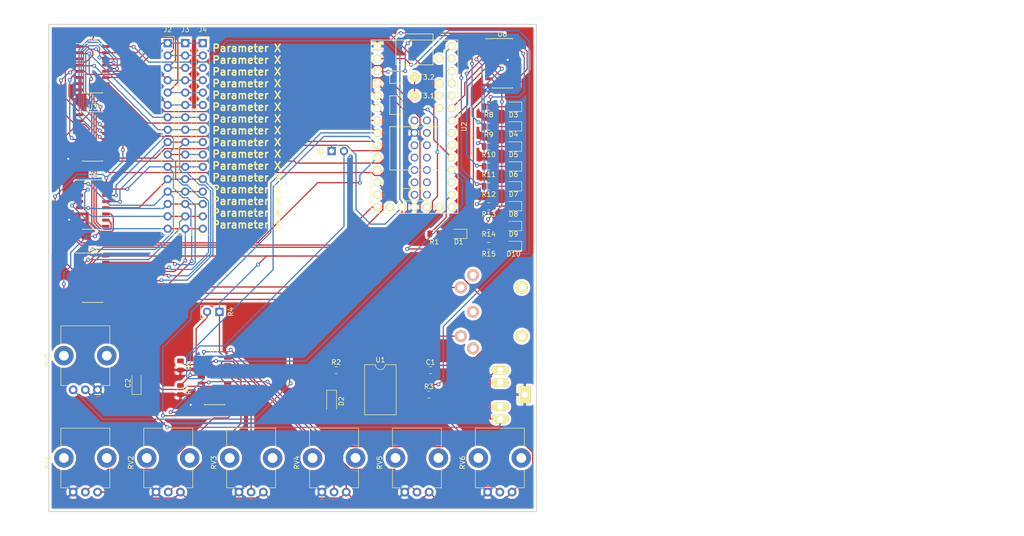
<source format=kicad_pcb>
(kicad_pcb (version 20171130) (host pcbnew "(5.0.1)-3")
  (layers (0 F.Cu signal) (31 B.Cu signal) (34 B.Paste user) (35 F.Paste user) (36 B.SilkS user) (37 F.SilkS user) (38 B.Mask user) (39 F.Mask user) (44 Edge.Cuts user))
  (net 0 "")
  (net 1 GND)
  (net 2 "Net-(U2-Pad18)")
  (net 3 /DAC_OUTPUT)
  (net 4 "Net-(U2-Pad20)")
  (net 5 +3V3)
  (net 6 "Net-(U2-Pad15)")
  (net 7 /CONNECTION_SEND_A)
  (net 8 "Net-(R1-Pad2)")
  (net 9 "Net-(U2-Pad22)")
  (net 10 /KNOB_READ)
  (net 11 /CONNECTION_READ_A)
  (net 12 "Net-(U2-Pad25)")
  (net 13 "Net-(U2-Pad26)")
  (net 14 /SHIFT_REG_LATCH)
  (net 15 /SHIFT_REG_CLOCK)
  (net 16 "Net-(U2-Pad29)")
  (net 17 "Net-(U2-Pad30)")
  (net 18 "Net-(U2-Pad31)")
  (net 19 "Net-(U2-Pad32)")
  (net 20 +5V)
  (net 21 "Net-(U2-Pad34)")
  (net 22 "Net-(U2-Pad35)")
  (net 23 "Net-(U2-Pad36)")
  (net 24 "Net-(U2-Pad37)")
  (net 25 "Net-(U2-Pad13)")
  (net 26 /CONNECTION_SEND_B)
  (net 27 "Net-(U2-Pad11)")
  (net 28 /CONNECTION_READ_B)
  (net 29 /ADDRESS_READ_C)
  (net 30 /ADDRESS_READ_B)
  (net 31 /ADDRESS_READ_A)
  (net 32 /ADDRESS_SEND_C)
  (net 33 /ADDRESS_SEND_B)
  (net 34 /ADDRESS_SEND_A)
  (net 35 /SHIFT_REG_DATA)
  (net 36 /SERIAL_RX)
  (net 37 "Net-(U2-Pad38)")
  (net 38 "Net-(U2-Pad40)")
  (net 39 "Net-(U2-Pad41)")
  (net 40 "Net-(U2-Pad42)")
  (net 41 "Net-(U2-Pad43)")
  (net 42 "Net-(U2-Pad44)")
  (net 43 "Net-(U2-Pad45)")
  (net 44 "Net-(U2-Pad46)")
  (net 45 "Net-(U2-Pad47)")
  (net 46 "Net-(U2-Pad48)")
  (net 47 "Net-(U2-Pad49)")
  (net 48 "Net-(U2-Pad50)")
  (net 49 "Net-(U2-Pad51)")
  (net 50 "Net-(U2-Pad52)")
  (net 51 "Net-(J5-PadTN)")
  (net 52 "Net-(J5-PadRN)")
  (net 53 "Net-(C2-Pad2)")
  (net 54 "Net-(D2-Pad2)")
  (net 55 "Net-(J1-Pad1)")
  (net 56 "Net-(J1-Pad2)")
  (net 57 "Net-(J1-Pad4)")
  (net 58 "Net-(J1-Pad3)")
  (net 59 "Net-(D1-Pad2)")
  (net 60 /LDR)
  (net 61 "Net-(D10-Pad2)")
  (net 62 "Net-(R15-Pad2)")
  (net 63 "Net-(R13-Pad2)")
  (net 64 "Net-(D8-Pad2)")
  (net 65 "Net-(D2-Pad1)")
  (net 66 /FSR)
  (net 67 "Net-(R8-Pad2)")
  (net 68 "Net-(D3-Pad2)")
  (net 69 "Net-(D4-Pad2)")
  (net 70 "Net-(R9-Pad2)")
  (net 71 "Net-(R10-Pad2)")
  (net 72 "Net-(D5-Pad2)")
  (net 73 "Net-(D6-Pad2)")
  (net 74 "Net-(R11-Pad2)")
  (net 75 "Net-(R12-Pad2)")
  (net 76 "Net-(D7-Pad2)")
  (net 77 "Net-(D9-Pad2)")
  (net 78 "Net-(R14-Pad2)")
  (net 79 "Net-(C2-Pad1)")
  (net 80 /KNOB_1)
  (net 81 /KNOB_2)
  (net 82 /KNOB_5)
  (net 83 /KNOB_3)
  (net 84 /KNOB_6)
  (net 85 /KNOB_4)
  (net 86 "Net-(U8-Pad9)")
  (net 87 /CHANNEL_10)
  (net 88 /CHANNEL_9)
  (net 89 /CHANNEL_8)
  (net 90 /CHANNEL_11)
  (net 91 /CHANNEL_13)
  (net 92 /CHANNEL_15)
  (net 93 /CHANNEL_14)
  (net 94 /CHANNEL_12)
  (net 95 /CHANNEL_4)
  (net 96 /CHANNEL_6)
  (net 97 /CHANNEL_7)
  (net 98 /CHANNEL_5)
  (net 99 /CHANNEL_3)
  (net 100 /CHANNEL_0)
  (net 101 /CHANNEL_1)
  (net 102 /CHANNEL_2)
  (net 103 "Net-(U1-Pad1)")
  (net 104 "Net-(U1-Pad5)")
  (net 105 "Net-(U1-Pad7)")
  (net 106 "Net-(U1-Pad4)")
  (module Connector_PinHeader_2.54mm:PinHeader_1x02_P2.54mm_Vertical (layer F.Cu) (at 103 51 90)
    (fp_text reference R6 (at 0 -2.33 90) (layer F.SilkS))
    (fp_text value R_FORCE)
    (pad 2 thru_hole oval (at 0 2.54 90) (size 1.7 1.7) (drill 1) (layers *.Cu *.Mask) (net 66 /FSR))
    (pad 1 thru_hole rect (at 0 0 90) (size 1.7 1.7) (drill 1) (layers *.Cu *.Mask) (net 5 +3V3))
  )
  (module Capacitor_SMD:C_0805_2012Metric (layer F.Cu) (at 123.28 96)
    (fp_text reference C1 (at 0 -1.65) (layer F.SilkS))
    (fp_text value 0.1uF)
    (pad 1 smd roundrect (at -0.9375 0) (size 0.975 1.4) (layers F.Cu F.Paste F.Mask) (net 20 +5V))
    (pad 2 smd roundrect (at 0.9375 0) (size 0.975 1.4) (layers F.Cu F.Paste F.Mask) (net 1 GND))
  )
  (module Capacitor_Tantalum_SMD:CP_EIA-3216-18_Kemet-A (layer F.Cu) (at 63 98.65 90)
    (fp_text reference C2 (at 0 -1.75 90) (layer F.SilkS))
    (fp_text value 10uF)
    (pad 1 smd roundrect (at -1.35 0 90) (size 1.4 1.35) (layers F.Cu F.Paste F.Mask) (roundrect_rratio 0.185185) (net 79 "Net-(C2-Pad1)"))
    (pad 2 smd roundrect (at 1.35 0 90) (size 1.4 1.35) (layers F.Cu F.Paste F.Mask) (roundrect_rratio 0.185185) (net 53 "Net-(C2-Pad2)"))
  )
  (module Connector_PinHeader_2.54mm:PinHeader_1x02_P2.54mm_Vertical (layer F.Cu) (at 80 84 270)
    (fp_text reference R4 (at 0 -2.33 270) (layer F.SilkS))
    (fp_text value R_PHOTO)
    (pad 1 thru_hole rect (at 0 0 270) (size 1.7 1.7) (drill 1) (layers *.Cu *.Mask) (net 5 +3V3))
    (pad 2 thru_hole oval (at 0 2.54 270) (size 1.7 1.7) (drill 1) (layers *.Cu *.Mask) (net 60 /LDR))
  )
  (module Connector_PinSocket_2.54mm:PinSocket_1x16_P2.54mm_Vertical (layer F.Cu) (at 69.385001 28.845001)
    (fp_text reference J2 (at 0 -2.77) (layer F.SilkS))
    (fp_text value Conn_01x16)
    (pad 16 thru_hole oval (at 0 38.1) (size 1.7 1.7) (drill 1) (layers *.Cu *.Mask) (net 92 /CHANNEL_15))
    (pad 15 thru_hole oval (at 0 35.56) (size 1.7 1.7) (drill 1) (layers *.Cu *.Mask) (net 93 /CHANNEL_14))
    (pad 14 thru_hole oval (at 0 33.02) (size 1.7 1.7) (drill 1) (layers *.Cu *.Mask) (net 91 /CHANNEL_13))
    (pad 13 thru_hole oval (at 0 30.48) (size 1.7 1.7) (drill 1) (layers *.Cu *.Mask) (net 94 /CHANNEL_12))
    (pad 12 thru_hole oval (at 0 27.94) (size 1.7 1.7) (drill 1) (layers *.Cu *.Mask) (net 90 /CHANNEL_11))
    (pad 11 thru_hole oval (at 0 25.4) (size 1.7 1.7) (drill 1) (layers *.Cu *.Mask) (net 87 /CHANNEL_10))
    (pad 10 thru_hole oval (at 0 22.86) (size 1.7 1.7) (drill 1) (layers *.Cu *.Mask) (net 88 /CHANNEL_9))
    (pad 9 thru_hole oval (at 0 20.32) (size 1.7 1.7) (drill 1) (layers *.Cu *.Mask) (net 89 /CHANNEL_8))
    (pad 8 thru_hole oval (at 0 17.78) (size 1.7 1.7) (drill 1) (layers *.Cu *.Mask) (net 97 /CHANNEL_7))
    (pad 7 thru_hole oval (at 0 15.24) (size 1.7 1.7) (drill 1) (layers *.Cu *.Mask) (net 96 /CHANNEL_6))
    (pad 6 thru_hole oval (at 0 12.7) (size 1.7 1.7) (drill 1) (layers *.Cu *.Mask) (net 98 /CHANNEL_5))
    (pad 5 thru_hole oval (at 0 10.16) (size 1.7 1.7) (drill 1) (layers *.Cu *.Mask) (net 95 /CHANNEL_4))
    (pad 4 thru_hole oval (at 0 7.62) (size 1.7 1.7) (drill 1) (layers *.Cu *.Mask) (net 99 /CHANNEL_3))
    (pad 3 thru_hole oval (at 0 5.08) (size 1.7 1.7) (drill 1) (layers *.Cu *.Mask) (net 102 /CHANNEL_2))
    (pad 2 thru_hole oval (at 0 2.54) (size 1.7 1.7) (drill 1) (layers *.Cu *.Mask) (net 101 /CHANNEL_1))
    (pad 1 thru_hole rect (at 0 0) (size 1.7 1.7) (drill 1) (layers *.Cu *.Mask) (net 100 /CHANNEL_0))
  )
  (module Connector_PinSocket_2.54mm:PinSocket_1x16_P2.54mm_Vertical (layer F.Cu) (at 72.985001 28.845001)
    (fp_text reference J3 (at 0 -2.77) (layer F.SilkS))
    (fp_text value Conn_01x16)
    (pad 1 thru_hole rect (at 0 0) (size 1.7 1.7) (drill 1) (layers *.Cu *.Mask) (net 100 /CHANNEL_0))
    (pad 2 thru_hole oval (at 0 2.54) (size 1.7 1.7) (drill 1) (layers *.Cu *.Mask) (net 101 /CHANNEL_1))
    (pad 3 thru_hole oval (at 0 5.08) (size 1.7 1.7) (drill 1) (layers *.Cu *.Mask) (net 102 /CHANNEL_2))
    (pad 4 thru_hole oval (at 0 7.62) (size 1.7 1.7) (drill 1) (layers *.Cu *.Mask) (net 99 /CHANNEL_3))
    (pad 5 thru_hole oval (at 0 10.16) (size 1.7 1.7) (drill 1) (layers *.Cu *.Mask) (net 95 /CHANNEL_4))
    (pad 6 thru_hole oval (at 0 12.7) (size 1.7 1.7) (drill 1) (layers *.Cu *.Mask) (net 98 /CHANNEL_5))
    (pad 7 thru_hole oval (at 0 15.24) (size 1.7 1.7) (drill 1) (layers *.Cu *.Mask) (net 96 /CHANNEL_6))
    (pad 8 thru_hole oval (at 0 17.78) (size 1.7 1.7) (drill 1) (layers *.Cu *.Mask) (net 97 /CHANNEL_7))
    (pad 9 thru_hole oval (at 0 20.32) (size 1.7 1.7) (drill 1) (layers *.Cu *.Mask) (net 89 /CHANNEL_8))
    (pad 10 thru_hole oval (at 0 22.86) (size 1.7 1.7) (drill 1) (layers *.Cu *.Mask) (net 88 /CHANNEL_9))
    (pad 11 thru_hole oval (at 0 25.4) (size 1.7 1.7) (drill 1) (layers *.Cu *.Mask) (net 87 /CHANNEL_10))
    (pad 12 thru_hole oval (at 0 27.94) (size 1.7 1.7) (drill 1) (layers *.Cu *.Mask) (net 90 /CHANNEL_11))
    (pad 13 thru_hole oval (at 0 30.48) (size 1.7 1.7) (drill 1) (layers *.Cu *.Mask) (net 94 /CHANNEL_12))
    (pad 14 thru_hole oval (at 0 33.02) (size 1.7 1.7) (drill 1) (layers *.Cu *.Mask) (net 91 /CHANNEL_13))
    (pad 15 thru_hole oval (at 0 35.56) (size 1.7 1.7) (drill 1) (layers *.Cu *.Mask) (net 93 /CHANNEL_14))
    (pad 16 thru_hole oval (at 0 38.1) (size 1.7 1.7) (drill 1) (layers *.Cu *.Mask) (net 92 /CHANNEL_15))
  )
  (module Connector_PinSocket_2.54mm:PinSocket_1x16_P2.54mm_Vertical (layer F.Cu) (at 76.585001 28.845001)
    (fp_text reference J4 (at 0 -2.77) (layer F.SilkS))
    (fp_text value Conn_01x16)
    (pad 16 thru_hole oval (at 0 38.1) (size 1.7 1.7) (drill 1) (layers *.Cu *.Mask) (net 92 /CHANNEL_15))
    (pad 15 thru_hole oval (at 0 35.56) (size 1.7 1.7) (drill 1) (layers *.Cu *.Mask) (net 93 /CHANNEL_14))
    (pad 14 thru_hole oval (at 0 33.02) (size 1.7 1.7) (drill 1) (layers *.Cu *.Mask) (net 91 /CHANNEL_13))
    (pad 13 thru_hole oval (at 0 30.48) (size 1.7 1.7) (drill 1) (layers *.Cu *.Mask) (net 94 /CHANNEL_12))
    (pad 12 thru_hole oval (at 0 27.94) (size 1.7 1.7) (drill 1) (layers *.Cu *.Mask) (net 90 /CHANNEL_11))
    (pad 11 thru_hole oval (at 0 25.4) (size 1.7 1.7) (drill 1) (layers *.Cu *.Mask) (net 87 /CHANNEL_10))
    (pad 10 thru_hole oval (at 0 22.86) (size 1.7 1.7) (drill 1) (layers *.Cu *.Mask) (net 88 /CHANNEL_9))
    (pad 9 thru_hole oval (at 0 20.32) (size 1.7 1.7) (drill 1) (layers *.Cu *.Mask) (net 89 /CHANNEL_8))
    (pad 8 thru_hole oval (at 0 17.78) (size 1.7 1.7) (drill 1) (layers *.Cu *.Mask) (net 97 /CHANNEL_7))
    (pad 7 thru_hole oval (at 0 15.24) (size 1.7 1.7) (drill 1) (layers *.Cu *.Mask) (net 96 /CHANNEL_6))
    (pad 6 thru_hole oval (at 0 12.7) (size 1.7 1.7) (drill 1) (layers *.Cu *.Mask) (net 98 /CHANNEL_5))
    (pad 5 thru_hole oval (at 0 10.16) (size 1.7 1.7) (drill 1) (layers *.Cu *.Mask) (net 95 /CHANNEL_4))
    (pad 4 thru_hole oval (at 0 7.62) (size 1.7 1.7) (drill 1) (layers *.Cu *.Mask) (net 99 /CHANNEL_3))
    (pad 3 thru_hole oval (at 0 5.08) (size 1.7 1.7) (drill 1) (layers *.Cu *.Mask) (net 102 /CHANNEL_2))
    (pad 2 thru_hole oval (at 0 2.54) (size 1.7 1.7) (drill 1) (layers *.Cu *.Mask) (net 101 /CHANNEL_1))
    (pad 1 thru_hole rect (at 0 0) (size 1.7 1.7) (drill 1) (layers *.Cu *.Mask) (net 100 /CHANNEL_0))
  )
  (module Diode_SMD:D_SOD-123 (layer F.Cu) (at 103 102.35 270)
    (fp_text reference D2 (at 0 -2 270) (layer F.SilkS))
    (fp_text value 1N4148)
    (pad 1 smd rect (at -1.65 0 270) (size 0.9 1.2) (layers F.Cu F.Paste F.Mask) (net 65 "Net-(D2-Pad1)"))
    (pad 2 smd rect (at 1.65 0 270) (size 0.9 1.2) (layers F.Cu F.Paste F.Mask) (net 54 "Net-(D2-Pad2)"))
  )
  (module LED_SMD:LED_0805_2012Metric (layer F.Cu) (at 140.3 50.0775 180)
    (fp_text reference D5 (at 0 -1.65 180) (layer F.SilkS))
    (fp_text value LED)
    (pad 1 smd roundrect (at -0.9375 0 180) (size 0.975 1.4) (layers F.Cu F.Paste F.Mask) (net 1 GND))
    (pad 2 smd roundrect (at 0.9375 0 180) (size 0.975 1.4) (layers F.Cu F.Paste F.Mask) (net 72 "Net-(D5-Pad2)"))
  )
  (module LED_SMD:LED_0805_2012Metric (layer F.Cu) (at 140.3 41.9175 180)
    (fp_text reference D3 (at 0 -1.65 180) (layer F.SilkS))
    (fp_text value LED)
    (pad 2 smd roundrect (at 0.9375 0 180) (size 0.975 1.4) (layers F.Cu F.Paste F.Mask) (net 68 "Net-(D3-Pad2)"))
    (pad 1 smd roundrect (at -0.9375 0 180) (size 0.975 1.4) (layers F.Cu F.Paste F.Mask) (net 1 GND))
  )
  (module LED_SMD:LED_0805_2012Metric (layer F.Cu) (at 140.3 45.9375 180)
    (fp_text reference D4 (at 0 -1.65 180) (layer F.SilkS))
    (fp_text value LED)
    (pad 1 smd roundrect (at -0.9375 0 180) (size 0.975 1.4) (layers F.Cu F.Paste F.Mask) (net 1 GND))
    (pad 2 smd roundrect (at 0.9375 0 180) (size 0.975 1.4) (layers F.Cu F.Paste F.Mask) (net 69 "Net-(D4-Pad2)"))
  )
  (module LED_SMD:LED_0805_2012Metric (layer F.Cu) (at 140.3 54.1575 180)
    (fp_text reference D6 (at 0 -1.65 180) (layer F.SilkS))
    (fp_text value LED)
    (pad 2 smd roundrect (at 0.9375 0 180) (size 0.975 1.4) (layers F.Cu F.Paste F.Mask) (net 73 "Net-(D6-Pad2)"))
    (pad 1 smd roundrect (at -0.9375 0 180) (size 0.975 1.4) (layers F.Cu F.Paste F.Mask) (net 1 GND))
  )
  (module LED_SMD:LED_0805_2012Metric (layer F.Cu) (at 140.3 58.2375 180)
    (fp_text reference D7 (at 0 -1.65 180) (layer F.SilkS))
    (fp_text value LED)
    (pad 1 smd roundrect (at -0.9375 0 180) (size 0.975 1.4) (layers F.Cu F.Paste F.Mask) (net 1 GND))
    (pad 2 smd roundrect (at 0.9375 0 180) (size 0.975 1.4) (layers F.Cu F.Paste F.Mask) (net 76 "Net-(D7-Pad2)"))
  )
  (module LED_SMD:LED_0805_2012Metric (layer F.Cu) (at 140.3 62.3175 180)
    (fp_text reference D8 (at 0 -1.65 180) (layer F.SilkS))
    (fp_text value LED)
    (pad 2 smd roundrect (at 0.9375 0 180) (size 0.975 1.4) (layers F.Cu F.Paste F.Mask) (net 64 "Net-(D8-Pad2)"))
    (pad 1 smd roundrect (at -0.9375 0 180) (size 0.975 1.4) (layers F.Cu F.Paste F.Mask) (net 1 GND))
  )
  (module LED_SMD:LED_0805_2012Metric (layer F.Cu) (at 140.3 70.4775 180)
    (fp_text reference D10 (at 0 -1.65 180) (layer F.SilkS))
    (fp_text value LED)
    (pad 1 smd roundrect (at -0.9375 0 180) (size 0.975 1.4) (layers F.Cu F.Paste F.Mask) (net 1 GND))
    (pad 2 smd roundrect (at 0.9375 0 180) (size 0.975 1.4) (layers F.Cu F.Paste F.Mask) (net 61 "Net-(D10-Pad2)"))
  )
  (module LED_SMD:LED_0805_2012Metric (layer F.Cu) (at 129.0625 68 180)
    (fp_text reference D1 (at 0 -1.65 180) (layer F.SilkS))
    (fp_text value LED)
    (pad 2 smd roundrect (at 0.9375 0 180) (size 0.975 1.4) (layers F.Cu F.Paste F.Mask) (net 59 "Net-(D1-Pad2)"))
    (pad 1 smd roundrect (at -0.9375 0 180) (size 0.975 1.4) (layers F.Cu F.Paste F.Mask) (net 1 GND))
  )
  (module LED_SMD:LED_0805_2012Metric (layer F.Cu) (at 140.3 66.3975 180)
    (fp_text reference D9 (at 0 -1.65 180) (layer F.SilkS))
    (fp_text value LED)
    (pad 1 smd roundrect (at -0.9375 0 180) (size 0.975 1.4) (layers F.Cu F.Paste F.Mask) (net 1 GND))
    (pad 2 smd roundrect (at 0.9375 0 180) (size 0.975 1.4) (layers F.Cu F.Paste F.Mask) (net 77 "Net-(D9-Pad2)"))
  )
  (module Package_DIP:SMDIP-8_W9.53mm (layer F.Cu) (at 113 100)
    (fp_text reference U1 (at 0 -6.14) (layer F.SilkS))
    (fp_text value 6N138)
    (pad 1 smd rect (at -4.765 -3.81) (size 2 1.78) (layers F.Cu F.Paste F.Mask) (net 103 "Net-(U1-Pad1)"))
    (pad 5 smd rect (at 4.765 3.81) (size 2 1.78) (layers F.Cu F.Paste F.Mask) (net 104 "Net-(U1-Pad5)"))
    (pad 2 smd rect (at -4.765 -1.27) (size 2 1.78) (layers F.Cu F.Paste F.Mask) (net 65 "Net-(D2-Pad1)"))
    (pad 6 smd rect (at 4.765 1.27) (size 2 1.78) (layers F.Cu F.Paste F.Mask) (net 36 /SERIAL_RX))
    (pad 3 smd rect (at -4.765 1.27) (size 2 1.78) (layers F.Cu F.Paste F.Mask) (net 54 "Net-(D2-Pad2)"))
    (pad 7 smd rect (at 4.765 -1.27) (size 2 1.78) (layers F.Cu F.Paste F.Mask) (net 105 "Net-(U1-Pad7)"))
    (pad 4 smd rect (at -4.765 3.81) (size 2 1.78) (layers F.Cu F.Paste F.Mask) (net 106 "Net-(U1-Pad4)"))
    (pad 8 smd rect (at 4.765 -3.81) (size 2 1.78) (layers F.Cu F.Paste F.Mask) (net 20 +5V))
  )
  (module Package_SO:SOIC-16_3.9x9.9mm_P1.27mm (layer F.Cu) (at 54 34)
    (fp_text reference U4 (at 0 -6) (layer F.SilkS))
    (fp_text value 4051)
    (pad 16 smd rect (at 2.7 -4.445) (size 1.5 0.6) (layers F.Cu F.Paste F.Mask) (net 5 +3V3))
    (pad 15 smd rect (at 2.7 -3.175) (size 1.5 0.6) (layers F.Cu F.Paste F.Mask) (net 102 /CHANNEL_2))
    (pad 14 smd rect (at 2.7 -1.905) (size 1.5 0.6) (layers F.Cu F.Paste F.Mask) (net 101 /CHANNEL_1))
    (pad 13 smd rect (at 2.7 -0.635) (size 1.5 0.6) (layers F.Cu F.Paste F.Mask) (net 100 /CHANNEL_0))
    (pad 12 smd rect (at 2.7 0.635) (size 1.5 0.6) (layers F.Cu F.Paste F.Mask) (net 99 /CHANNEL_3))
    (pad 11 smd rect (at 2.7 1.905) (size 1.5 0.6) (layers F.Cu F.Paste F.Mask) (net 31 /ADDRESS_READ_A))
    (pad 10 smd rect (at 2.7 3.175) (size 1.5 0.6) (layers F.Cu F.Paste F.Mask) (net 30 /ADDRESS_READ_B))
    (pad 9 smd rect (at 2.7 4.445) (size 1.5 0.6) (layers F.Cu F.Paste F.Mask) (net 29 /ADDRESS_READ_C))
    (pad 8 smd rect (at -2.7 4.445) (size 1.5 0.6) (layers F.Cu F.Paste F.Mask) (net 1 GND))
    (pad 7 smd rect (at -2.7 3.175) (size 1.5 0.6) (layers F.Cu F.Paste F.Mask) (net 1 GND))
    (pad 6 smd rect (at -2.7 1.905) (size 1.5 0.6) (layers F.Cu F.Paste F.Mask) (net 1 GND))
    (pad 5 smd rect (at -2.7 0.635) (size 1.5 0.6) (layers F.Cu F.Paste F.Mask) (net 98 /CHANNEL_5))
    (pad 4 smd rect (at -2.7 -0.635) (size 1.5 0.6) (layers F.Cu F.Paste F.Mask) (net 97 /CHANNEL_7))
    (pad 3 smd rect (at -2.7 -1.905) (size 1.5 0.6) (layers F.Cu F.Paste F.Mask) (net 11 /CONNECTION_READ_A))
    (pad 2 smd rect (at -2.7 -3.175) (size 1.5 0.6) (layers F.Cu F.Paste F.Mask) (net 96 /CHANNEL_6))
    (pad 1 smd rect (at -2.7 -4.445) (size 1.5 0.6) (layers F.Cu F.Paste F.Mask) (net 95 /CHANNEL_4))
  )
  (module Package_SO:SOIC-16_3.9x9.9mm_P1.27mm (layer F.Cu) (at 79 98)
    (fp_text reference U7 (at 0 -6) (layer F.SilkS))
    (fp_text value 4051)
    (pad 1 smd rect (at -2.7 -4.445) (size 1.5 0.6) (layers F.Cu F.Paste F.Mask) (net 82 /KNOB_5))
    (pad 2 smd rect (at -2.7 -3.175) (size 1.5 0.6) (layers F.Cu F.Paste F.Mask) (net 60 /LDR))
    (pad 3 smd rect (at -2.7 -1.905) (size 1.5 0.6) (layers F.Cu F.Paste F.Mask) (net 10 /KNOB_READ))
    (pad 4 smd rect (at -2.7 -0.635) (size 1.5 0.6) (layers F.Cu F.Paste F.Mask) (net 66 /FSR))
    (pad 5 smd rect (at -2.7 0.635) (size 1.5 0.6) (layers F.Cu F.Paste F.Mask) (net 84 /KNOB_6))
    (pad 6 smd rect (at -2.7 1.905) (size 1.5 0.6) (layers F.Cu F.Paste F.Mask) (net 1 GND))
    (pad 7 smd rect (at -2.7 3.175) (size 1.5 0.6) (layers F.Cu F.Paste F.Mask) (net 1 GND))
    (pad 8 smd rect (at -2.7 4.445) (size 1.5 0.6) (layers F.Cu F.Paste F.Mask) (net 1 GND))
    (pad 9 smd rect (at 2.7 4.445) (size 1.5 0.6) (layers F.Cu F.Paste F.Mask) (net 29 /ADDRESS_READ_C))
    (pad 10 smd rect (at 2.7 3.175) (size 1.5 0.6) (layers F.Cu F.Paste F.Mask) (net 30 /ADDRESS_READ_B))
    (pad 11 smd rect (at 2.7 1.905) (size 1.5 0.6) (layers F.Cu F.Paste F.Mask) (net 31 /ADDRESS_READ_A))
    (pad 12 smd rect (at 2.7 0.635) (size 1.5 0.6) (layers F.Cu F.Paste F.Mask) (net 85 /KNOB_4))
    (pad 13 smd rect (at 2.7 -0.635) (size 1.5 0.6) (layers F.Cu F.Paste F.Mask) (net 80 /KNOB_1))
    (pad 14 smd rect (at 2.7 -1.905) (size 1.5 0.6) (layers F.Cu F.Paste F.Mask) (net 81 /KNOB_2))
    (pad 15 smd rect (at 2.7 -3.175) (size 1.5 0.6) (layers F.Cu F.Paste F.Mask) (net 83 /KNOB_3))
    (pad 16 smd rect (at 2.7 -4.445) (size 1.5 0.6) (layers F.Cu F.Paste F.Mask) (net 5 +3V3))
  )
  (module Package_SO:SOIC-16_3.9x9.9mm_P1.27mm (layer F.Cu) (at 54 62)
    (fp_text reference U6 (at 0 -6) (layer F.SilkS))
    (fp_text value 4051)
    (pad 16 smd rect (at 2.7 -4.445) (size 1.5 0.6) (layers F.Cu F.Paste F.Mask) (net 5 +3V3))
    (pad 15 smd rect (at 2.7 -3.175) (size 1.5 0.6) (layers F.Cu F.Paste F.Mask) (net 87 /CHANNEL_10))
    (pad 14 smd rect (at 2.7 -1.905) (size 1.5 0.6) (layers F.Cu F.Paste F.Mask) (net 88 /CHANNEL_9))
    (pad 13 smd rect (at 2.7 -0.635) (size 1.5 0.6) (layers F.Cu F.Paste F.Mask) (net 89 /CHANNEL_8))
    (pad 12 smd rect (at 2.7 0.635) (size 1.5 0.6) (layers F.Cu F.Paste F.Mask) (net 90 /CHANNEL_11))
    (pad 11 smd rect (at 2.7 1.905) (size 1.5 0.6) (layers F.Cu F.Paste F.Mask) (net 31 /ADDRESS_READ_A))
    (pad 10 smd rect (at 2.7 3.175) (size 1.5 0.6) (layers F.Cu F.Paste F.Mask) (net 30 /ADDRESS_READ_B))
    (pad 9 smd rect (at 2.7 4.445) (size 1.5 0.6) (layers F.Cu F.Paste F.Mask) (net 29 /ADDRESS_READ_C))
    (pad 8 smd rect (at -2.7 4.445) (size 1.5 0.6) (layers F.Cu F.Paste F.Mask) (net 1 GND))
    (pad 7 smd rect (at -2.7 3.175) (size 1.5 0.6) (layers F.Cu F.Paste F.Mask) (net 1 GND))
    (pad 6 smd rect (at -2.7 1.905) (size 1.5 0.6) (layers F.Cu F.Paste F.Mask) (net 1 GND))
    (pad 5 smd rect (at -2.7 0.635) (size 1.5 0.6) (layers F.Cu F.Paste F.Mask) (net 91 /CHANNEL_13))
    (pad 4 smd rect (at -2.7 -0.635) (size 1.5 0.6) (layers F.Cu F.Paste F.Mask) (net 92 /CHANNEL_15))
    (pad 3 smd rect (at -2.7 -1.905) (size 1.5 0.6) (layers F.Cu F.Paste F.Mask) (net 28 /CONNECTION_READ_B))
    (pad 2 smd rect (at -2.7 -3.175) (size 1.5 0.6) (layers F.Cu F.Paste F.Mask) (net 93 /CHANNEL_14))
    (pad 1 smd rect (at -2.7 -4.445) (size 1.5 0.6) (layers F.Cu F.Paste F.Mask) (net 94 /CHANNEL_12))
  )
  (module Package_SO:SOIC-16_3.9x9.9mm_P1.27mm (layer F.Cu) (at 54 48)
    (fp_text reference U3 (at 0 -6) (layer F.SilkS))
    (fp_text value 4051)
    (pad 1 smd rect (at -2.7 -4.445) (size 1.5 0.6) (layers F.Cu F.Paste F.Mask) (net 95 /CHANNEL_4))
    (pad 2 smd rect (at -2.7 -3.175) (size 1.5 0.6) (layers F.Cu F.Paste F.Mask) (net 96 /CHANNEL_6))
    (pad 3 smd rect (at -2.7 -1.905) (size 1.5 0.6) (layers F.Cu F.Paste F.Mask) (net 7 /CONNECTION_SEND_A))
    (pad 4 smd rect (at -2.7 -0.635) (size 1.5 0.6) (layers F.Cu F.Paste F.Mask) (net 97 /CHANNEL_7))
    (pad 5 smd rect (at -2.7 0.635) (size 1.5 0.6) (layers F.Cu F.Paste F.Mask) (net 98 /CHANNEL_5))
    (pad 6 smd rect (at -2.7 1.905) (size 1.5 0.6) (layers F.Cu F.Paste F.Mask) (net 1 GND))
    (pad 7 smd rect (at -2.7 3.175) (size 1.5 0.6) (layers F.Cu F.Paste F.Mask) (net 1 GND))
    (pad 8 smd rect (at -2.7 4.445) (size 1.5 0.6) (layers F.Cu F.Paste F.Mask) (net 1 GND))
    (pad 9 smd rect (at 2.7 4.445) (size 1.5 0.6) (layers F.Cu F.Paste F.Mask) (net 32 /ADDRESS_SEND_C))
    (pad 10 smd rect (at 2.7 3.175) (size 1.5 0.6) (layers F.Cu F.Paste F.Mask) (net 33 /ADDRESS_SEND_B))
    (pad 11 smd rect (at 2.7 1.905) (size 1.5 0.6) (layers F.Cu F.Paste F.Mask) (net 34 /ADDRESS_SEND_A))
    (pad 12 smd rect (at 2.7 0.635) (size 1.5 0.6) (layers F.Cu F.Paste F.Mask) (net 99 /CHANNEL_3))
    (pad 13 smd rect (at 2.7 -0.635) (size 1.5 0.6) (layers F.Cu F.Paste F.Mask) (net 100 /CHANNEL_0))
    (pad 14 smd rect (at 2.7 -1.905) (size 1.5 0.6) (layers F.Cu F.Paste F.Mask) (net 101 /CHANNEL_1))
    (pad 15 smd rect (at 2.7 -3.175) (size 1.5 0.6) (layers F.Cu F.Paste F.Mask) (net 102 /CHANNEL_2))
    (pad 16 smd rect (at 2.7 -4.445) (size 1.5 0.6) (layers F.Cu F.Paste F.Mask) (net 5 +3V3))
  )
  (module Package_SO:SOIC-16_3.9x9.9mm_P1.27mm (layer F.Cu) (at 54 77)
    (fp_text reference U5 (at 0 -6) (layer F.SilkS))
    (fp_text value 4051)
    (pad 16 smd rect (at 2.7 -4.445) (size 1.5 0.6) (layers F.Cu F.Paste F.Mask) (net 5 +3V3))
    (pad 15 smd rect (at 2.7 -3.175) (size 1.5 0.6) (layers F.Cu F.Paste F.Mask) (net 87 /CHANNEL_10))
    (pad 14 smd rect (at 2.7 -1.905) (size 1.5 0.6) (layers F.Cu F.Paste F.Mask) (net 88 /CHANNEL_9))
    (pad 13 smd rect (at 2.7 -0.635) (size 1.5 0.6) (layers F.Cu F.Paste F.Mask) (net 89 /CHANNEL_8))
    (pad 12 smd rect (at 2.7 0.635) (size 1.5 0.6) (layers F.Cu F.Paste F.Mask) (net 90 /CHANNEL_11))
    (pad 11 smd rect (at 2.7 1.905) (size 1.5 0.6) (layers F.Cu F.Paste F.Mask) (net 34 /ADDRESS_SEND_A))
    (pad 10 smd rect (at 2.7 3.175) (size 1.5 0.6) (layers F.Cu F.Paste F.Mask) (net 33 /ADDRESS_SEND_B))
    (pad 9 smd rect (at 2.7 4.445) (size 1.5 0.6) (layers F.Cu F.Paste F.Mask) (net 32 /ADDRESS_SEND_C))
    (pad 8 smd rect (at -2.7 4.445) (size 1.5 0.6) (layers F.Cu F.Paste F.Mask) (net 1 GND))
    (pad 7 smd rect (at -2.7 3.175) (size 1.5 0.6) (layers F.Cu F.Paste F.Mask) (net 1 GND))
    (pad 6 smd rect (at -2.7 1.905) (size 1.5 0.6) (layers F.Cu F.Paste F.Mask) (net 1 GND))
    (pad 5 smd rect (at -2.7 0.635) (size 1.5 0.6) (layers F.Cu F.Paste F.Mask) (net 91 /CHANNEL_13))
    (pad 4 smd rect (at -2.7 -0.635) (size 1.5 0.6) (layers F.Cu F.Paste F.Mask) (net 92 /CHANNEL_15))
    (pad 3 smd rect (at -2.7 -1.905) (size 1.5 0.6) (layers F.Cu F.Paste F.Mask) (net 26 /CONNECTION_SEND_B))
    (pad 2 smd rect (at -2.7 -3.175) (size 1.5 0.6) (layers F.Cu F.Paste F.Mask) (net 93 /CHANNEL_14))
    (pad 1 smd rect (at -2.7 -4.445) (size 1.5 0.6) (layers F.Cu F.Paste F.Mask) (net 94 /CHANNEL_12))
  )
  (module Package_SO:SOIC-16_3.9x9.9mm_P1.27mm (layer F.Cu) (at 138 33)
    (fp_text reference U8 (at 0 -6) (layer F.SilkS))
    (fp_text value 74HC595)
    (pad 1 smd rect (at -2.7 -4.445) (size 1.5 0.6) (layers F.Cu F.Paste F.Mask) (net 70 "Net-(R9-Pad2)"))
    (pad 2 smd rect (at -2.7 -3.175) (size 1.5 0.6) (layers F.Cu F.Paste F.Mask) (net 71 "Net-(R10-Pad2)"))
    (pad 3 smd rect (at -2.7 -1.905) (size 1.5 0.6) (layers F.Cu F.Paste F.Mask) (net 74 "Net-(R11-Pad2)"))
    (pad 4 smd rect (at -2.7 -0.635) (size 1.5 0.6) (layers F.Cu F.Paste F.Mask) (net 75 "Net-(R12-Pad2)"))
    (pad 5 smd rect (at -2.7 0.635) (size 1.5 0.6) (layers F.Cu F.Paste F.Mask) (net 63 "Net-(R13-Pad2)"))
    (pad 6 smd rect (at -2.7 1.905) (size 1.5 0.6) (layers F.Cu F.Paste F.Mask) (net 78 "Net-(R14-Pad2)"))
    (pad 7 smd rect (at -2.7 3.175) (size 1.5 0.6) (layers F.Cu F.Paste F.Mask) (net 62 "Net-(R15-Pad2)"))
    (pad 8 smd rect (at -2.7 4.445) (size 1.5 0.6) (layers F.Cu F.Paste F.Mask) (net 1 GND))
    (pad 9 smd rect (at 2.7 4.445) (size 1.5 0.6) (layers F.Cu F.Paste F.Mask) (net 86 "Net-(U8-Pad9)"))
    (pad 10 smd rect (at 2.7 3.175) (size 1.5 0.6) (layers F.Cu F.Paste F.Mask) (net 5 +3V3))
    (pad 11 smd rect (at 2.7 1.905) (size 1.5 0.6) (layers F.Cu F.Paste F.Mask) (net 15 /SHIFT_REG_CLOCK))
    (pad 12 smd rect (at 2.7 0.635) (size 1.5 0.6) (layers F.Cu F.Paste F.Mask) (net 14 /SHIFT_REG_LATCH))
    (pad 13 smd rect (at 2.7 -0.635) (size 1.5 0.6) (layers F.Cu F.Paste F.Mask) (net 1 GND))
    (pad 14 smd rect (at 2.7 -1.905) (size 1.5 0.6) (layers F.Cu F.Paste F.Mask) (net 35 /SHIFT_REG_DATA))
    (pad 15 smd rect (at 2.7 -3.175) (size 1.5 0.6) (layers F.Cu F.Paste F.Mask) (net 67 "Net-(R8-Pad2)"))
    (pad 16 smd rect (at 2.7 -4.445) (size 1.5 0.6) (layers F.Cu F.Paste F.Mask) (net 5 +3V3))
  )
  (module Potentiometer_THT:Potentiometer_Alps_RK09K_Single_Vertical (layer F.Cu) (at 72 121 90)
    (fp_text reference RV2 (at 6.05 -10.15 90) (layer F.SilkS))
    (fp_text value R_POT)
    (pad 3 thru_hole circle (at 0 -5 90) (size 1.8 1.8) (drill 1) (layers *.Cu *.Mask) (net 1 GND))
    (pad 2 thru_hole circle (at 0 -2.5 90) (size 1.8 1.8) (drill 1) (layers *.Cu *.Mask) (net 81 /KNOB_2))
    (pad 1 thru_hole circle (at 0 0 90) (size 1.8 1.8) (drill 1) (layers *.Cu *.Mask) (net 5 +3V3))
    (pad "" np_thru_hole circle (at 7 -6.9 90) (size 4 4) (drill 2) (layers *.Cu *.Mask))
    (pad "" np_thru_hole circle (at 7 1.9 90) (size 4 4) (drill 2) (layers *.Cu *.Mask))
  )
  (module Potentiometer_THT:Potentiometer_Alps_RK09K_Single_Vertical (layer F.Cu) (at 140 121 90)
    (fp_text reference RV6 (at 6.05 -10.15 90) (layer F.SilkS))
    (fp_text value R_POT)
    (pad "" np_thru_hole circle (at 7 1.9 90) (size 4 4) (drill 2) (layers *.Cu *.Mask))
    (pad "" np_thru_hole circle (at 7 -6.9 90) (size 4 4) (drill 2) (layers *.Cu *.Mask))
    (pad 1 thru_hole circle (at 0 0 90) (size 1.8 1.8) (drill 1) (layers *.Cu *.Mask) (net 5 +3V3))
    (pad 2 thru_hole circle (at 0 -2.5 90) (size 1.8 1.8) (drill 1) (layers *.Cu *.Mask) (net 84 /KNOB_6))
    (pad 3 thru_hole circle (at 0 -5 90) (size 1.8 1.8) (drill 1) (layers *.Cu *.Mask) (net 1 GND))
  )
  (module Potentiometer_THT:Potentiometer_Alps_RK09K_Single_Vertical (layer F.Cu) (at 123 121 90)
    (fp_text reference RV5 (at 6.05 -10.15 90) (layer F.SilkS))
    (fp_text value R_POT)
    (pad 3 thru_hole circle (at 0 -5 90) (size 1.8 1.8) (drill 1) (layers *.Cu *.Mask) (net 1 GND))
    (pad 2 thru_hole circle (at 0 -2.5 90) (size 1.8 1.8) (drill 1) (layers *.Cu *.Mask) (net 82 /KNOB_5))
    (pad 1 thru_hole circle (at 0 0 90) (size 1.8 1.8) (drill 1) (layers *.Cu *.Mask) (net 5 +3V3))
    (pad "" np_thru_hole circle (at 7 -6.9 90) (size 4 4) (drill 2) (layers *.Cu *.Mask))
    (pad "" np_thru_hole circle (at 7 1.9 90) (size 4 4) (drill 2) (layers *.Cu *.Mask))
  )
  (module Potentiometer_THT:Potentiometer_Alps_RK09K_Single_Vertical (layer F.Cu) (at 106 121 90)
    (fp_text reference RV4 (at 6.05 -10.15 90) (layer F.SilkS))
    (fp_text value R_POT)
    (pad "" np_thru_hole circle (at 7 1.9 90) (size 4 4) (drill 2) (layers *.Cu *.Mask))
    (pad "" np_thru_hole circle (at 7 -6.9 90) (size 4 4) (drill 2) (layers *.Cu *.Mask))
    (pad 1 thru_hole circle (at 0 0 90) (size 1.8 1.8) (drill 1) (layers *.Cu *.Mask) (net 5 +3V3))
    (pad 2 thru_hole circle (at 0 -2.5 90) (size 1.8 1.8) (drill 1) (layers *.Cu *.Mask) (net 85 /KNOB_4))
    (pad 3 thru_hole circle (at 0 -5 90) (size 1.8 1.8) (drill 1) (layers *.Cu *.Mask) (net 1 GND))
  )
  (module Potentiometer_THT:Potentiometer_Alps_RK09K_Single_Vertical (layer F.Cu) (at 89 121 90)
    (fp_text reference RV3 (at 6.05 -10.15 90) (layer F.SilkS))
    (fp_text value R_POT)
    (pad 3 thru_hole circle (at 0 -5 90) (size 1.8 1.8) (drill 1) (layers *.Cu *.Mask) (net 1 GND))
    (pad 2 thru_hole circle (at 0 -2.5 90) (size 1.8 1.8) (drill 1) (layers *.Cu *.Mask) (net 83 /KNOB_3))
    (pad 1 thru_hole circle (at 0 0 90) (size 1.8 1.8) (drill 1) (layers *.Cu *.Mask) (net 5 +3V3))
    (pad "" np_thru_hole circle (at 7 -6.9 90) (size 4 4) (drill 2) (layers *.Cu *.Mask))
    (pad "" np_thru_hole circle (at 7 1.9 90) (size 4 4) (drill 2) (layers *.Cu *.Mask))
  )
  (module Potentiometer_THT:Potentiometer_Alps_RK09K_Single_Vertical (layer F.Cu) (at 55 121 90)
    (fp_text reference RV1 (at 6.05 -10.15 90) (layer F.SilkS))
    (fp_text value R_POT)
    (pad "" np_thru_hole circle (at 7 1.9 90) (size 4 4) (drill 2) (layers *.Cu *.Mask))
    (pad "" np_thru_hole circle (at 7 -6.9 90) (size 4 4) (drill 2) (layers *.Cu *.Mask))
    (pad 1 thru_hole circle (at 0 0 90) (size 1.8 1.8) (drill 1) (layers *.Cu *.Mask) (net 5 +3V3))
    (pad 2 thru_hole circle (at 0 -2.5 90) (size 1.8 1.8) (drill 1) (layers *.Cu *.Mask) (net 80 /KNOB_1))
    (pad 3 thru_hole circle (at 0 -5 90) (size 1.8 1.8) (drill 1) (layers *.Cu *.Mask) (net 1 GND))
  )
  (module Potentiometer_THT:Potentiometer_Alps_RK09K_Single_Vertical (layer F.Cu) (at 55 100 90)
    (fp_text reference RV7 (at 6.05 -10.15 90) (layer F.SilkS))
    (fp_text value R_POT)
    (pad 3 thru_hole circle (at 0 -5 90) (size 1.8 1.8) (drill 1) (layers *.Cu *.Mask) (net 3 /DAC_OUTPUT))
    (pad 2 thru_hole circle (at 0 -2.5 90) (size 1.8 1.8) (drill 1) (layers *.Cu *.Mask) (net 79 "Net-(C2-Pad1)"))
    (pad 1 thru_hole circle (at 0 0 90) (size 1.8 1.8) (drill 1) (layers *.Cu *.Mask) (net 1 GND))
    (pad "" np_thru_hole circle (at 7 -6.9 90) (size 4 4) (drill 2) (layers *.Cu *.Mask))
    (pad "" np_thru_hole circle (at 7 1.9 90) (size 4 4) (drill 2) (layers *.Cu *.Mask))
  )
  (module Resistor_SMD:R_0805_2012Metric (layer F.Cu) (at 135.22 66.3975 180)
    (fp_text reference R14 (at 0 -1.65 180) (layer F.SilkS))
    (fp_text value 68)
    (pad 1 smd roundrect (at -0.9375 0 180) (size 0.975 1.4) (layers F.Cu F.Paste F.Mask) (net 77 "Net-(D9-Pad2)"))
    (pad 2 smd roundrect (at 0.9375 0 180) (size 0.975 1.4) (layers F.Cu F.Paste F.Mask) (net 78 "Net-(R14-Pad2)"))
  )
  (module Resistor_SMD:R_0805_2012Metric (layer F.Cu) (at 135.22 58.2375 180)
    (fp_text reference R12 (at 0 -1.65 180) (layer F.SilkS))
    (fp_text value 68)
    (pad 2 smd roundrect (at 0.9375 0 180) (size 0.975 1.4) (layers F.Cu F.Paste F.Mask) (net 75 "Net-(R12-Pad2)"))
    (pad 1 smd roundrect (at -0.9375 0 180) (size 0.975 1.4) (layers F.Cu F.Paste F.Mask) (net 76 "Net-(D7-Pad2)"))
  )
  (module Resistor_SMD:R_0805_2012Metric (layer F.Cu) (at 135.22 54.1575 180)
    (fp_text reference R11 (at 0 -1.65 180) (layer F.SilkS))
    (fp_text value 68)
    (pad 1 smd roundrect (at -0.9375 0 180) (size 0.975 1.4) (layers F.Cu F.Paste F.Mask) (net 73 "Net-(D6-Pad2)"))
    (pad 2 smd roundrect (at 0.9375 0 180) (size 0.975 1.4) (layers F.Cu F.Paste F.Mask) (net 74 "Net-(R11-Pad2)"))
  )
  (module Resistor_SMD:R_0805_2012Metric (layer F.Cu) (at 135.22 50.0775 180)
    (fp_text reference R10 (at 0 -1.65 180) (layer F.SilkS))
    (fp_text value 68)
    (pad 2 smd roundrect (at 0.9375 0 180) (size 0.975 1.4) (layers F.Cu F.Paste F.Mask) (net 71 "Net-(R10-Pad2)"))
    (pad 1 smd roundrect (at -0.9375 0 180) (size 0.975 1.4) (layers F.Cu F.Paste F.Mask) (net 72 "Net-(D5-Pad2)"))
  )
  (module Resistor_SMD:R_0805_2012Metric (layer F.Cu) (at 135.22 45.9975 180)
    (fp_text reference R9 (at 0 -1.65 180) (layer F.SilkS))
    (fp_text value 68)
    (pad 1 smd roundrect (at -0.9375 0 180) (size 0.975 1.4) (layers F.Cu F.Paste F.Mask) (net 69 "Net-(D4-Pad2)"))
    (pad 2 smd roundrect (at 0.9375 0 180) (size 0.975 1.4) (layers F.Cu F.Paste F.Mask) (net 70 "Net-(R9-Pad2)"))
  )
  (module Resistor_SMD:R_0805_2012Metric (layer F.Cu) (at 135.22 41.9175 180)
    (fp_text reference R8 (at 0 -1.65 180) (layer F.SilkS))
    (fp_text value 68)
    (pad 2 smd roundrect (at 0.9375 0 180) (size 0.975 1.4) (layers F.Cu F.Paste F.Mask) (net 67 "Net-(R8-Pad2)"))
    (pad 1 smd roundrect (at -0.9375 0 180) (size 0.975 1.4) (layers F.Cu F.Paste F.Mask) (net 68 "Net-(D3-Pad2)"))
  )
  (module Resistor_SMD:R_0805_2012Metric (layer F.Cu) (at 72 100.0625 270)
    (fp_text reference R7 (at 0 -1.65 270) (layer F.SilkS))
    (fp_text value 10K)
    (pad 1 smd roundrect (at -0.9375 0 270) (size 0.975 1.4) (layers F.Cu F.Paste F.Mask) (net 66 /FSR))
    (pad 2 smd roundrect (at 0.9375 0 270) (size 0.975 1.4) (layers F.Cu F.Paste F.Mask) (net 1 GND))
  )
  (module Resistor_SMD:R_0805_2012Metric (layer F.Cu) (at 122.9375 101)
    (fp_text reference R3 (at 0 -1.65) (layer F.SilkS))
    (fp_text value 470)
    (pad 2 smd roundrect (at 0.9375 0) (size 0.975 1.4) (layers F.Cu F.Paste F.Mask) (net 5 +3V3))
    (pad 1 smd roundrect (at -0.9375 0) (size 0.975 1.4) (layers F.Cu F.Paste F.Mask) (net 36 /SERIAL_RX))
  )
  (module Resistor_SMD:R_0805_2012Metric (layer F.Cu) (at 103.9375 96)
    (fp_text reference R2 (at 0 -1.65) (layer F.SilkS))
    (fp_text value 220)
    (pad 1 smd roundrect (at -0.9375 0) (size 0.975 1.4) (layers F.Cu F.Paste F.Mask) (net 65 "Net-(D2-Pad1)"))
    (pad 2 smd roundrect (at 0.9375 0) (size 0.975 1.4) (layers F.Cu F.Paste F.Mask) (net 57 "Net-(J1-Pad4)"))
  )
  (module Resistor_SMD:R_0805_2012Metric (layer F.Cu) (at 135.22 62.3175 180)
    (fp_text reference R13 (at 0 -1.65 180) (layer F.SilkS))
    (fp_text value 68)
    (pad 2 smd roundrect (at 0.9375 0 180) (size 0.975 1.4) (layers F.Cu F.Paste F.Mask) (net 63 "Net-(R13-Pad2)"))
    (pad 1 smd roundrect (at -0.9375 0 180) (size 0.975 1.4) (layers F.Cu F.Paste F.Mask) (net 64 "Net-(D8-Pad2)"))
  )
  (module Resistor_SMD:R_0805_2012Metric (layer F.Cu) (at 135.22 70.4775 180)
    (fp_text reference R15 (at 0 -1.65 180) (layer F.SilkS))
    (fp_text value 68)
    (pad 1 smd roundrect (at -0.9375 0 180) (size 0.975 1.4) (layers F.Cu F.Paste F.Mask) (net 61 "Net-(D10-Pad2)"))
    (pad 2 smd roundrect (at 0.9375 0 180) (size 0.975 1.4) (layers F.Cu F.Paste F.Mask) (net 62 "Net-(R15-Pad2)"))
  )
  (module Resistor_SMD:R_0805_2012Metric (layer F.Cu) (at 72 95 270)
    (fp_text reference R5 (at 0 -1.65 270) (layer F.SilkS))
    (fp_text value 10K)
    (pad 2 smd roundrect (at 0.9375 0 270) (size 0.975 1.4) (layers F.Cu F.Paste F.Mask) (net 1 GND))
    (pad 1 smd roundrect (at -0.9375 0 270) (size 0.975 1.4) (layers F.Cu F.Paste F.Mask) (net 60 /LDR))
  )
  (module Resistor_SMD:R_0805_2012Metric (layer F.Cu) (at 124.0625 68 180)
    (fp_text reference R1 (at 0 -1.65 180) (layer F.SilkS))
    (fp_text value 68)
    (pad 1 smd roundrect (at -0.9375 0 180) (size 0.975 1.4) (layers F.Cu F.Paste F.Mask) (net 59 "Net-(D1-Pad2)"))
    (pad 2 smd roundrect (at 0.9375 0 180) (size 0.975 1.4) (layers F.Cu F.Paste F.Mask) (net 8 "Net-(R1-Pad2)"))
  )
  (module polymodsmt:MIDI_DIN5 (layer F.Cu) (at 135 84 90)
    (fp_text reference J1)
    (fp_text value DIN-5_180degree)
    (pad "" np_thru_hole circle (at -5.00126 6.9977 90) (size 2.49936 2.49936) (drill 1.397) (layers *.Cu *.Mask F.SilkS))
    (pad "" np_thru_hole circle (at 5.00126 6.9977 90) (size 2.49936 2.49936) (drill 1.397) (layers *.Cu *.Mask F.SilkS))
    (pad 5 thru_hole circle (at -4.99618 -5.4991 90) (size 2.49936 2.49936) (drill 1.397) (layers *.Cu *.SilkS *.Mask) (net 54 "Net-(D2-Pad2)"))
    (pad 1 thru_hole circle (at 7.49808 -2.9972 90) (size 2.49936 2.49936) (drill 1.397) (layers *.Cu *.SilkS *.Mask) (net 55 "Net-(J1-Pad1)"))
    (pad 2 thru_hole circle (at 0 -2.99974 90) (size 2.49936 2.49936) (drill 1.397) (layers *.Cu *.SilkS *.Mask) (net 56 "Net-(J1-Pad2)"))
    (pad 4 thru_hole circle (at 4.99618 -5.4991 90) (size 2.49936 2.49936) (drill 1.397) (layers *.Cu *.SilkS *.Mask) (net 57 "Net-(J1-Pad4)"))
    (pad 3 thru_hole circle (at -7.49808 -2.9972 90) (size 2.49936 2.49936) (drill 1.397) (layers *.Cu *.SilkS *.Mask) (net 58 "Net-(J1-Pad3)"))
  )
  (module polymodsmt:Tayda_3.5mm_stereo_TRS_jack_A-853 (layer F.Cu) (at 141 101 270)
    (fp_text reference J5)
    (fp_text value AudioJack3_Ground_Switch)
    (pad S thru_hole rect (at 0 -1.596 270) (size 3.5 2.5) (drill 1.2) (layers *.Cu *.Mask F.SilkS) (net 1 GND))
    (pad TN thru_hole oval (at -2.5 3.41 270) (size 1.75 3.5) (drill 1.2) (layers *.Cu *.Mask F.SilkS) (net 51 "Net-(J5-PadTN)"))
    (pad RN thru_hole oval (at 2.5 3.41 270) (size 1.75 3.5) (drill 1.2) (layers *.Cu *.Mask F.SilkS) (net 52 "Net-(J5-PadRN)"))
    (pad T thru_hole oval (at -5 3.41 270) (size 1.75 3.5) (drill 1.2) (layers *.Cu *.Mask F.SilkS) (net 53 "Net-(C2-Pad2)"))
    (pad R thru_hole oval (at 5 3.41 270) (size 1.75 3.5) (drill 1.2) (layers *.Cu *.Mask F.SilkS) (net 53 "Net-(C2-Pad2)"))
  )
  (module teensy:Teensy30_31_32_LC (layer F.Cu) (at 120 46 270)
    (fp_text reference U2 (at 0 -10.16 270) (layer F.SilkS))
    (fp_text value Teensy3.2)
    (fp_text user T3.2 (at -10.16 -2.54) (layer F.SilkS))
    (fp_text user T3.1 (at -6.35 -2.54) (layer F.SilkS))
    (pad 17 thru_hole circle (at 16.51 0 270) (size 1.6 1.6) (drill 1.1) (layers *.Cu *.Mask F.SilkS) (net 1 GND))
    (pad 18 thru_hole circle (at 16.51 -2.54 270) (size 1.6 1.6) (drill 1.1) (layers *.Cu *.Mask F.SilkS) (net 2 "Net-(U2-Pad18)"))
    (pad 19 thru_hole circle (at 16.51 -5.08 270) (size 1.6 1.6) (drill 1.1) (layers *.Cu *.Mask F.SilkS) (net 3 /DAC_OUTPUT))
    (pad 20 thru_hole circle (at 16.51 -7.62 270) (size 1.6 1.6) (drill 1.1) (layers *.Cu *.Mask F.SilkS) (net 4 "Net-(U2-Pad20)"))
    (pad 16 thru_hole circle (at 16.51 2.54 270) (size 1.6 1.6) (drill 1.1) (layers *.Cu *.Mask F.SilkS) (net 5 +3V3))
    (pad 15 thru_hole circle (at 16.51 5.08 270) (size 1.6 1.6) (drill 1.1) (layers *.Cu *.Mask F.SilkS) (net 6 "Net-(U2-Pad15)"))
    (pad 14 thru_hole circle (at 16.51 7.62 270) (size 1.6 1.6) (drill 1.1) (layers *.Cu *.Mask F.SilkS) (net 7 /CONNECTION_SEND_A))
    (pad 21 thru_hole circle (at 13.97 -7.62 270) (size 1.6 1.6) (drill 1.1) (layers *.Cu *.Mask F.SilkS) (net 8 "Net-(R1-Pad2)"))
    (pad 22 thru_hole circle (at 11.43 -7.62 270) (size 1.6 1.6) (drill 1.1) (layers *.Cu *.Mask F.SilkS) (net 9 "Net-(U2-Pad22)"))
    (pad 23 thru_hole circle (at 8.89 -7.62 270) (size 1.6 1.6) (drill 1.1) (layers *.Cu *.Mask F.SilkS) (net 10 /KNOB_READ))
    (pad 24 thru_hole circle (at 6.35 -7.62 270) (size 1.6 1.6) (drill 1.1) (layers *.Cu *.Mask F.SilkS) (net 11 /CONNECTION_READ_A))
    (pad 25 thru_hole circle (at 3.81 -7.62 270) (size 1.6 1.6) (drill 1.1) (layers *.Cu *.Mask F.SilkS) (net 12 "Net-(U2-Pad25)"))
    (pad 26 thru_hole circle (at 1.27 -7.62 270) (size 1.6 1.6) (drill 1.1) (layers *.Cu *.Mask F.SilkS) (net 13 "Net-(U2-Pad26)"))
    (pad 27 thru_hole circle (at -1.27 -7.62 270) (size 1.6 1.6) (drill 1.1) (layers *.Cu *.Mask F.SilkS) (net 14 /SHIFT_REG_LATCH))
    (pad 28 thru_hole circle (at -3.81 -7.62 270) (size 1.6 1.6) (drill 1.1) (layers *.Cu *.Mask F.SilkS) (net 15 /SHIFT_REG_CLOCK))
    (pad 29 thru_hole circle (at -6.35 -7.62 270) (size 1.6 1.6) (drill 1.1) (layers *.Cu *.Mask F.SilkS) (net 16 "Net-(U2-Pad29)"))
    (pad 30 thru_hole circle (at -8.89 -7.62 270) (size 1.6 1.6) (drill 1.1) (layers *.Cu *.Mask F.SilkS) (net 17 "Net-(U2-Pad30)"))
    (pad 31 thru_hole circle (at -11.43 -7.62 270) (size 1.6 1.6) (drill 1.1) (layers *.Cu *.Mask F.SilkS) (net 18 "Net-(U2-Pad31)"))
    (pad 32 thru_hole circle (at -13.97 -7.62 270) (size 1.6 1.6) (drill 1.1) (layers *.Cu *.Mask F.SilkS) (net 19 "Net-(U2-Pad32)"))
    (pad 33 thru_hole circle (at -16.51 -7.62 270) (size 1.6 1.6) (drill 1.1) (layers *.Cu *.Mask F.SilkS) (net 20 +5V))
    (pad 34 thru_hole circle (at -13.97 -5.08 270) (size 1.6 1.6) (drill 1.1) (layers *.Cu *.Mask F.SilkS) (net 21 "Net-(U2-Pad34)"))
    (pad 35 thru_hole circle (at -8.89 -5.08 270) (size 1.6 1.6) (drill 1.1) (layers *.Cu *.Mask F.SilkS) (net 22 "Net-(U2-Pad35)"))
    (pad 36 thru_hole circle (at -6.35 -5.08 270) (size 1.6 1.6) (drill 1.1) (layers *.Cu *.Mask F.SilkS) (net 23 "Net-(U2-Pad36)"))
    (pad 37 thru_hole circle (at -3.81 -5.08 270) (size 1.6 1.6) (drill 1.1) (layers *.Cu *.Mask F.SilkS) (net 24 "Net-(U2-Pad37)"))
    (pad 13 thru_hole circle (at 13.97 7.62 270) (size 1.6 1.6) (drill 1.1) (layers *.Cu *.Mask F.SilkS) (net 25 "Net-(U2-Pad13)"))
    (pad 12 thru_hole circle (at 11.43 7.62 270) (size 1.6 1.6) (drill 1.1) (layers *.Cu *.Mask F.SilkS) (net 26 /CONNECTION_SEND_B))
    (pad 11 thru_hole circle (at 8.89 7.62 270) (size 1.6 1.6) (drill 1.1) (layers *.Cu *.Mask F.SilkS) (net 27 "Net-(U2-Pad11)"))
    (pad 10 thru_hole circle (at 6.35 7.62 270) (size 1.6 1.6) (drill 1.1) (layers *.Cu *.Mask F.SilkS) (net 28 /CONNECTION_READ_B))
    (pad 9 thru_hole circle (at 3.81 7.62 270) (size 1.6 1.6) (drill 1.1) (layers *.Cu *.Mask F.SilkS) (net 29 /ADDRESS_READ_C))
    (pad 8 thru_hole circle (at 1.27 7.62 270) (size 1.6 1.6) (drill 1.1) (layers *.Cu *.Mask F.SilkS) (net 30 /ADDRESS_READ_B))
    (pad 7 thru_hole circle (at -1.27 7.62 270) (size 1.6 1.6) (drill 1.1) (layers *.Cu *.Mask F.SilkS) (net 31 /ADDRESS_READ_A))
    (pad 6 thru_hole circle (at -3.81 7.62 270) (size 1.6 1.6) (drill 1.1) (layers *.Cu *.Mask F.SilkS) (net 32 /ADDRESS_SEND_C))
    (pad 5 thru_hole circle (at -6.35 7.62 270) (size 1.6 1.6) (drill 1.1) (layers *.Cu *.Mask F.SilkS) (net 33 /ADDRESS_SEND_B))
    (pad 4 thru_hole circle (at -8.89 7.62 270) (size 1.6 1.6) (drill 1.1) (layers *.Cu *.Mask F.SilkS) (net 34 /ADDRESS_SEND_A))
    (pad 3 thru_hole circle (at -11.43 7.62 270) (size 1.6 1.6) (drill 1.1) (layers *.Cu *.Mask F.SilkS) (net 35 /SHIFT_REG_DATA))
    (pad 2 thru_hole circle (at -13.97 7.62 270) (size 1.6 1.6) (drill 1.1) (layers *.Cu *.Mask F.SilkS) (net 36 /SERIAL_RX))
    (pad 1 thru_hole rect (at -16.51 7.62 270) (size 1.6 1.6) (drill 1.1) (layers *.Cu *.Mask F.SilkS) (net 1 GND))
    (pad 38 thru_hole circle (at -1.27 0 270) (size 1.6 1.6) (drill 1.1) (layers *.Cu *.Mask) (net 37 "Net-(U2-Pad38)"))
    (pad 39 thru_hole circle (at 1.27 0 270) (size 1.6 1.6) (drill 1.1) (layers *.Cu *.Mask) (net 1 GND))
    (pad 40 thru_hole circle (at 3.81 0 270) (size 1.6 1.6) (drill 1.1) (layers *.Cu *.Mask) (net 38 "Net-(U2-Pad40)"))
    (pad 41 thru_hole circle (at 6.35 0 270) (size 1.6 1.6) (drill 1.1) (layers *.Cu *.Mask) (net 39 "Net-(U2-Pad41)"))
    (pad 42 thru_hole circle (at 8.89 0 270) (size 1.6 1.6) (drill 1.1) (layers *.Cu *.Mask) (net 40 "Net-(U2-Pad42)"))
    (pad 43 thru_hole circle (at 11.43 0 270) (size 1.6 1.6) (drill 1.1) (layers *.Cu *.Mask) (net 41 "Net-(U2-Pad43)"))
    (pad 44 thru_hole circle (at 13.97 0 270) (size 1.6 1.6) (drill 1.1) (layers *.Cu *.Mask) (net 42 "Net-(U2-Pad44)"))
    (pad 45 thru_hole circle (at 13.97 -2.54 270) (size 1.6 1.6) (drill 1.1) (layers *.Cu *.Mask) (net 43 "Net-(U2-Pad45)"))
    (pad 46 thru_hole circle (at 11.43 -2.54 270) (size 1.6 1.6) (drill 1.1) (layers *.Cu *.Mask) (net 44 "Net-(U2-Pad46)"))
    (pad 47 thru_hole circle (at 8.89 -2.54 270) (size 1.6 1.6) (drill 1.1) (layers *.Cu *.Mask) (net 45 "Net-(U2-Pad47)"))
    (pad 48 thru_hole circle (at 6.35 -2.54 270) (size 1.6 1.6) (drill 1.1) (layers *.Cu *.Mask) (net 46 "Net-(U2-Pad48)"))
    (pad 49 thru_hole circle (at 3.81 -2.54 270) (size 1.6 1.6) (drill 1.1) (layers *.Cu *.Mask) (net 47 "Net-(U2-Pad49)"))
    (pad 50 thru_hole circle (at 1.27 -2.54 270) (size 1.6 1.6) (drill 1.1) (layers *.Cu *.Mask) (net 48 "Net-(U2-Pad50)"))
    (pad 51 thru_hole circle (at -1.27 -2.54 270) (size 1.6 1.6) (drill 1.1) (layers *.Cu *.Mask) (net 49 "Net-(U2-Pad51)"))
    (pad 52 thru_hole circle (at -6.35 0 270) (size 1.9 1.9) (drill 0.5) (layers *.Cu *.Mask F.SilkS) (net 50 "Net-(U2-Pad52)"))
    (pad 52 thru_hole circle (at -10.16 0 270) (size 1.9 1.9) (drill 0.5) (layers *.Cu *.Mask F.SilkS) (net 50 "Net-(U2-Pad52)"))
  )
  (gr_line (start 45 125) (end 45 25) (layer Edge.Cuts) (width 0.2))
  (gr_line (start 145 125) (end 45 125) (layer Edge.Cuts) (width 0.2))
  (gr_line (start 145 25) (end 145 125) (layer Edge.Cuts) (width 0.2))
  (gr_line (start 45 25) (end 145 25) (layer Edge.Cuts) (width 0.2))
  (gr_text "Parameter X\nParameter X\nParameter X\nParameter X\nParameter X\nParameter X\nParameter X\nParameter X\nParameter X\nParameter X\nParameter X\nParameter X\nParameter X\nParameter X\nParameter X\nParameter X" (at 85.6 48) (layer F.SilkS) (effects (font (size 1.5 1.5) (thickness 0.3))))
  (via (at 49.2 65.1) (size 0.8) (drill 0.4) (layers F.Cu B.Cu) (net 1))
  (segment (start 49.505 65.1) (end 49.2 65.1) (width 0.25) (layer F.Cu) (net 1))
  (segment (start 51.3 66.445) (end 50.85 66.445) (width 0.25) (layer F.Cu) (net 1))
  (segment (start 50.85 66.445) (end 49.505 65.1) (width 0.25) (layer F.Cu) (net 1))
  (via (at 49 52.6) (size 0.8) (drill 0.4) (layers F.Cu B.Cu) (net 1))
  (segment (start 51.3 52.445) (end 49.155 52.445) (width 0.25) (layer F.Cu) (net 1))
  (segment (start 49.155 52.445) (end 49 52.6) (width 0.25) (layer F.Cu) (net 1))
  (via (at 50.3 39.9) (size 0.8) (drill 0.4) (layers F.Cu B.Cu) (net 1))
  (segment (start 140.7 32.365) (end 139.180001 32.365) (width 0.25) (layer F.Cu) (net 1))
  (segment (start 139.180001 32.365) (end 139.1 32.284999) (width 0.25) (layer F.Cu) (net 1))
  (via (at 139.1 32.284999) (size 0.8) (drill 0.4) (layers F.Cu B.Cu) (net 1))
  (via (at 135.000011 38.4) (size 0.8) (drill 0.4) (layers F.Cu B.Cu) (net 1))
  (segment (start 139.1 32.284999) (end 139.1 34.300011) (width 0.25) (layer B.Cu) (net 1))
  (segment (start 139.1 34.300011) (end 135.000011 38.4) (width 0.25) (layer B.Cu) (net 1))
  (segment (start 135.000011 37.744989) (end 135.3 37.445) (width 0.25) (layer F.Cu) (net 1))
  (segment (start 135.000011 38.4) (end 135.000011 37.744989) (width 0.25) (layer F.Cu) (net 1))
  (via (at 74.1 103.1) (size 0.8) (drill 0.4) (layers F.Cu B.Cu) (net 1))
  (segment (start 74.1 102.925) (end 74.1 103.1) (width 0.25) (layer F.Cu) (net 1))
  (segment (start 76.3 101.175) (end 75.85 101.175) (width 0.25) (layer F.Cu) (net 1))
  (segment (start 75.85 101.175) (end 74.1 102.925) (width 0.25) (layer F.Cu) (net 1))
  (via (at 94.6 98.7) (size 0.8) (drill 0.4) (layers F.Cu B.Cu) (net 3))
  (segment (start 94.4 98.5) (end 94.6 98.7) (width 0.25) (layer F.Cu) (net 3))
  (segment (start 125.08 62.51) (end 94.4 93.19) (width 0.25) (layer F.Cu) (net 3))
  (segment (start 94.4 93.19) (end 94.4 98.5) (width 0.25) (layer F.Cu) (net 3))
  (segment (start 50.899999 100.899999) (end 50 100) (width 0.25) (layer B.Cu) (net 3))
  (segment (start 56.025001 106.025001) (end 50.899999 100.899999) (width 0.25) (layer B.Cu) (net 3))
  (segment (start 87.274999 106.025001) (end 56.025001 106.025001) (width 0.25) (layer B.Cu) (net 3))
  (segment (start 94.6 98.7) (end 87.274999 106.025001) (width 0.25) (layer B.Cu) (net 3))
  (via (at 46.3 60.3) (size 0.8) (drill 0.4) (layers F.Cu B.Cu) (net 5))
  (segment (start 46.3 71.730002) (end 46.3 60.3) (width 0.25) (layer F.Cu) (net 5))
  (segment (start 50.289999 75.720001) (end 46.3 71.730002) (width 0.25) (layer F.Cu) (net 5))
  (segment (start 52.311409 75.720001) (end 50.289999 75.720001) (width 0.25) (layer F.Cu) (net 5))
  (segment (start 56.7 72.555) (end 55.47641 72.555) (width 0.25) (layer F.Cu) (net 5))
  (segment (start 55.47641 72.555) (end 52.311409 75.720001) (width 0.25) (layer F.Cu) (net 5))
  (segment (start 46.3 60.3) (end 50.8 55.8) (width 0.25) (layer B.Cu) (net 5))
  (via (at 56.8 56.5) (size 0.8) (drill 0.4) (layers F.Cu B.Cu) (net 5))
  (segment (start 50.8 55.8) (end 56.1 55.8) (width 0.25) (layer B.Cu) (net 5))
  (segment (start 56.1 55.8) (end 56.8 56.5) (width 0.25) (layer B.Cu) (net 5))
  (segment (start 56.8 57.455) (end 56.7 57.555) (width 0.25) (layer F.Cu) (net 5))
  (segment (start 56.8 56.5) (end 56.8 57.455) (width 0.25) (layer F.Cu) (net 5))
  (via (at 60.2 50.8) (size 0.8) (drill 0.4) (layers F.Cu B.Cu) (net 5))
  (segment (start 60.2 46.605) (end 60.2 50.8) (width 0.25) (layer F.Cu) (net 5))
  (segment (start 56.7 43.555) (end 57.15 43.555) (width 0.25) (layer F.Cu) (net 5))
  (segment (start 57.15 43.555) (end 60.2 46.605) (width 0.25) (layer F.Cu) (net 5))
  (segment (start 60.2 53.1) (end 56.8 56.5) (width 0.25) (layer B.Cu) (net 5))
  (segment (start 60.2 50.8) (end 60.2 53.1) (width 0.25) (layer B.Cu) (net 5))
  (via (at 62.4 29.6) (size 0.8) (drill 0.4) (layers F.Cu B.Cu) (net 5))
  (segment (start 56.7 29.555) (end 62.355 29.555) (width 0.25) (layer F.Cu) (net 5))
  (segment (start 62.355 29.555) (end 62.4 29.6) (width 0.25) (layer F.Cu) (net 5))
  (segment (start 65.55 32.75) (end 77.149002 32.75) (width 0.25) (layer B.Cu) (net 5))
  (segment (start 62.4 29.6) (end 65.55 32.75) (width 0.25) (layer B.Cu) (net 5))
  (segment (start 106.104001 49.824999) (end 108 51.720998) (width 0.25) (layer B.Cu) (net 5))
  (segment (start 103.075001 49.824999) (end 106.104001 49.824999) (width 0.25) (layer B.Cu) (net 5))
  (segment (start 103 51) (end 103 49.9) (width 0.25) (layer B.Cu) (net 5))
  (segment (start 103 49.9) (end 103.075001 49.824999) (width 0.25) (layer B.Cu) (net 5))
  (segment (start 108 51.720998) (end 108 63) (width 0.25) (layer B.Cu) (net 5))
  (segment (start 108 63) (end 111 66) (width 0.25) (layer B.Cu) (net 5))
  (segment (start 113.97 66) (end 117.46 62.51) (width 0.25) (layer B.Cu) (net 5))
  (segment (start 111 66) (end 113.97 66) (width 0.25) (layer B.Cu) (net 5))
  (segment (start 108.54637 72.555) (end 91 72.555) (width 0.25) (layer F.Cu) (net 5))
  (segment (start 117.46 63.64137) (end 108.54637 72.555) (width 0.25) (layer F.Cu) (net 5))
  (segment (start 117.46 62.51) (end 117.46 63.64137) (width 0.25) (layer F.Cu) (net 5))
  (segment (start 91 72.555) (end 91.415 72.555) (width 0.25) (layer F.Cu) (net 5))
  (segment (start 117.46 61.37863) (end 117 60.91863) (width 0.25) (layer B.Cu) (net 5))
  (segment (start 117.46 62.51) (end 117.46 61.37863) (width 0.25) (layer B.Cu) (net 5))
  (segment (start 117 60.91863) (end 117 31.2) (width 0.25) (layer B.Cu) (net 5))
  (segment (start 81.534003 28.364999) (end 77.149002 32.75) (width 0.25) (layer B.Cu) (net 5))
  (segment (start 114.164999 28.364999) (end 81.534003 28.364999) (width 0.25) (layer B.Cu) (net 5))
  (segment (start 117 31.2) (end 114.164999 28.364999) (width 0.25) (layer B.Cu) (net 5))
  (segment (start 81.25 93.555) (end 81.7 93.555) (width 0.25) (layer F.Cu) (net 5))
  (segment (start 80 92.305) (end 81.25 93.555) (width 0.25) (layer F.Cu) (net 5))
  (segment (start 80 84) (end 80 92.305) (width 0.25) (layer F.Cu) (net 5))
  (segment (start 71.100001 121.899999) (end 72 121) (width 0.25) (layer F.Cu) (net 5))
  (segment (start 70.774999 122.225001) (end 71.100001 121.899999) (width 0.25) (layer F.Cu) (net 5))
  (segment (start 57.497793 122.225001) (end 70.774999 122.225001) (width 0.25) (layer F.Cu) (net 5))
  (segment (start 56.272792 121) (end 57.497793 122.225001) (width 0.25) (layer F.Cu) (net 5))
  (segment (start 55 121) (end 56.272792 121) (width 0.25) (layer F.Cu) (net 5))
  (segment (start 88.100001 121.899999) (end 89 121) (width 0.25) (layer F.Cu) (net 5))
  (segment (start 87.774999 122.225001) (end 88.100001 121.899999) (width 0.25) (layer F.Cu) (net 5))
  (segment (start 73.225001 122.225001) (end 87.774999 122.225001) (width 0.25) (layer F.Cu) (net 5))
  (segment (start 72 121) (end 73.225001 122.225001) (width 0.25) (layer F.Cu) (net 5))
  (segment (start 105.100001 121.899999) (end 106 121) (width 0.25) (layer F.Cu) (net 5))
  (segment (start 104.774999 122.225001) (end 105.100001 121.899999) (width 0.25) (layer F.Cu) (net 5))
  (segment (start 90.225001 122.225001) (end 104.774999 122.225001) (width 0.25) (layer F.Cu) (net 5))
  (segment (start 89 121) (end 90.225001 122.225001) (width 0.25) (layer F.Cu) (net 5))
  (segment (start 122.100001 121.899999) (end 123 121) (width 0.25) (layer F.Cu) (net 5))
  (segment (start 121.2 122.8) (end 122.100001 121.899999) (width 0.25) (layer F.Cu) (net 5))
  (segment (start 107.8 122.8) (end 121.2 122.8) (width 0.25) (layer F.Cu) (net 5))
  (segment (start 106 121) (end 107.8 122.8) (width 0.25) (layer F.Cu) (net 5))
  (segment (start 139.100001 121.899999) (end 140 121) (width 0.25) (layer F.Cu) (net 5))
  (segment (start 138 123) (end 139.100001 121.899999) (width 0.25) (layer F.Cu) (net 5))
  (segment (start 125 123) (end 138 123) (width 0.25) (layer F.Cu) (net 5))
  (segment (start 123 121) (end 125 123) (width 0.25) (layer F.Cu) (net 5))
  (segment (start 124.431237 101.556237) (end 124.431237 103.831237) (width 0.25) (layer F.Cu) (net 5))
  (segment (start 123.875 101) (end 124.431237 101.556237) (width 0.25) (layer F.Cu) (net 5))
  (segment (start 140.899999 120.100001) (end 140 121) (width 0.25) (layer F.Cu) (net 5))
  (segment (start 144.225001 116.774999) (end 140.899999 120.100001) (width 0.25) (layer F.Cu) (net 5))
  (segment (start 144.225001 112.883999) (end 144.225001 116.774999) (width 0.25) (layer F.Cu) (net 5))
  (segment (start 142.141002 110.8) (end 144.225001 112.883999) (width 0.25) (layer F.Cu) (net 5))
  (segment (start 131.4 110.8) (end 142.141002 110.8) (width 0.25) (layer F.Cu) (net 5))
  (segment (start 124.431237 103.831237) (end 131.4 110.8) (width 0.25) (layer F.Cu) (net 5))
  (segment (start 141.15 36.175) (end 143.1 34.225) (width 0.25) (layer F.Cu) (net 5))
  (segment (start 140.7 36.175) (end 141.15 36.175) (width 0.25) (layer F.Cu) (net 5))
  (segment (start 141.15 28.555) (end 140.7 28.555) (width 0.25) (layer F.Cu) (net 5))
  (segment (start 143.1 30.505) (end 141.15 28.555) (width 0.25) (layer F.Cu) (net 5))
  (segment (start 143.1 34.225) (end 143.1 30.505) (width 0.25) (layer F.Cu) (net 5))
  (via (at 117.2 26.8) (size 0.8) (drill 0.4) (layers F.Cu B.Cu) (net 5))
  (segment (start 136.59141 26.8) (end 117.2 26.8) (width 0.25) (layer F.Cu) (net 5))
  (segment (start 137.945 26.8) (end 136.59141 26.8) (width 0.25) (layer F.Cu) (net 5))
  (segment (start 140.7 28.555) (end 139.7 28.555) (width 0.25) (layer F.Cu) (net 5))
  (segment (start 139.7 28.555) (end 137.945 26.8) (width 0.25) (layer F.Cu) (net 5))
  (segment (start 115.069316 28.364999) (end 114.164999 28.364999) (width 0.25) (layer B.Cu) (net 5))
  (segment (start 116.634315 26.8) (end 115.069316 28.364999) (width 0.25) (layer B.Cu) (net 5))
  (segment (start 117.2 26.8) (end 116.634315 26.8) (width 0.25) (layer B.Cu) (net 5))
  (via (at 87.9 74.3) (size 0.8) (drill 0.4) (layers F.Cu B.Cu) (net 5))
  (segment (start 80 84) (end 80 82.2) (width 0.25) (layer B.Cu) (net 5))
  (segment (start 80 82.2) (end 87.9 74.3) (width 0.25) (layer B.Cu) (net 5))
  (segment (start 89.645 72.555) (end 89.8 72.555) (width 0.25) (layer F.Cu) (net 5))
  (segment (start 87.9 74.3) (end 89.645 72.555) (width 0.25) (layer F.Cu) (net 5))
  (segment (start 56.7 72.555) (end 89.8 72.555) (width 0.25) (layer F.Cu) (net 5))
  (segment (start 89.8 72.555) (end 91 72.555) (width 0.25) (layer F.Cu) (net 5))
  (segment (start 106 119.727208) (end 106 121) (width 0.25) (layer F.Cu) (net 5))
  (segment (start 106 116.822588) (end 106 119.727208) (width 0.25) (layer F.Cu) (net 5))
  (segment (start 82.732412 93.555) (end 106 116.822588) (width 0.25) (layer F.Cu) (net 5))
  (segment (start 81.7 93.555) (end 82.732412 93.555) (width 0.25) (layer F.Cu) (net 5))
  (segment (start 50.3 46.095) (end 47.2 49.195) (width 0.25) (layer F.Cu) (net 7))
  (segment (start 51.3 46.095) (end 50.3 46.095) (width 0.25) (layer F.Cu) (net 7))
  (segment (start 47.2 49.195) (end 47.2 66) (width 0.25) (layer F.Cu) (net 7))
  (segment (start 47.2 66) (end 51.5 70.3) (width 0.25) (layer F.Cu) (net 7))
  (segment (start 103.45863 70.3) (end 88.4 70.3) (width 0.25) (layer F.Cu) (net 7))
  (segment (start 111.24863 62.51) (end 103.45863 70.3) (width 0.25) (layer F.Cu) (net 7))
  (segment (start 112.38 62.51) (end 111.24863 62.51) (width 0.25) (layer F.Cu) (net 7))
  (segment (start 51.5 70.3) (end 88.4 70.3) (width 0.25) (layer F.Cu) (net 7))
  (segment (start 88.4 70.3) (end 88.59 70.3) (width 0.25) (layer F.Cu) (net 7))
  (segment (start 123.681237 67.443763) (end 123.125 68) (width 0.25) (layer F.Cu) (net 8))
  (segment (start 126.494999 64.630001) (end 123.681237 67.443763) (width 0.25) (layer F.Cu) (net 8))
  (segment (start 126.494999 61.095001) (end 126.494999 64.630001) (width 0.25) (layer F.Cu) (net 8))
  (segment (start 127.62 59.97) (end 126.494999 61.095001) (width 0.25) (layer F.Cu) (net 8))
  (via (at 79.3 94.1) (size 0.8) (drill 0.4) (layers F.Cu B.Cu) (net 10))
  (segment (start 78.745 94.1) (end 79.3 94.1) (width 0.25) (layer F.Cu) (net 10))
  (segment (start 76.3 96.095) (end 76.75 96.095) (width 0.25) (layer F.Cu) (net 10))
  (segment (start 76.75 96.095) (end 78.745 94.1) (width 0.25) (layer F.Cu) (net 10))
  (segment (start 97.695002 94.1) (end 129.8 61.995002) (width 0.25) (layer B.Cu) (net 10))
  (segment (start 79.3 94.1) (end 97.695002 94.1) (width 0.25) (layer B.Cu) (net 10))
  (segment (start 129.8 57.07) (end 127.62 54.89) (width 0.25) (layer B.Cu) (net 10))
  (segment (start 129.8 61.995002) (end 129.8 57.07) (width 0.25) (layer B.Cu) (net 10))
  (segment (start 50.3 32.095) (end 50.224999 32.019999) (width 0.25) (layer F.Cu) (net 11))
  (segment (start 51.3 32.095) (end 50.3 32.095) (width 0.25) (layer F.Cu) (net 11))
  (segment (start 50.224999 32.019999) (end 50.224999 28.994999) (width 0.25) (layer F.Cu) (net 11))
  (segment (start 50.224999 28.994999) (end 52.900027 26.319971) (width 0.25) (layer F.Cu) (net 11))
  (segment (start 123.954999 48.684999) (end 123.954999 35.954999) (width 0.25) (layer F.Cu) (net 11))
  (segment (start 127.62 52.35) (end 123.954999 48.684999) (width 0.25) (layer F.Cu) (net 11))
  (segment (start 114.319971 26.319971) (end 85 26.319971) (width 0.25) (layer F.Cu) (net 11))
  (segment (start 123.954999 35.954999) (end 114.319971 26.319971) (width 0.25) (layer F.Cu) (net 11))
  (segment (start 52.900027 26.319971) (end 85 26.319971) (width 0.25) (layer F.Cu) (net 11))
  (segment (start 85 26.319971) (end 86.464969 26.319971) (width 0.25) (layer F.Cu) (net 11))
  (segment (start 138.7 35.185) (end 140.25 33.635) (width 0.25) (layer F.Cu) (net 14))
  (segment (start 138.7 35.3) (end 138.7 35.185) (width 0.25) (layer F.Cu) (net 14))
  (segment (start 130.9 41.45) (end 130.9 37.669998) (width 0.25) (layer F.Cu) (net 14))
  (segment (start 127.62 44.73) (end 130.9 41.45) (width 0.25) (layer F.Cu) (net 14))
  (segment (start 134.309997 34.260001) (end 136.290003 34.260001) (width 0.25) (layer F.Cu) (net 14))
  (segment (start 136.290003 34.260001) (end 137.330002 35.3) (width 0.25) (layer F.Cu) (net 14))
  (segment (start 140.25 33.635) (end 140.7 33.635) (width 0.25) (layer F.Cu) (net 14))
  (segment (start 130.9 37.669998) (end 134.309997 34.260001) (width 0.25) (layer F.Cu) (net 14))
  (segment (start 137.330002 35.3) (end 138.7 35.3) (width 0.25) (layer F.Cu) (net 14))
  (segment (start 134.289999 33.009999) (end 130.3 36.999998) (width 0.25) (layer F.Cu) (net 15))
  (segment (start 141.609999 33.009999) (end 134.289999 33.009999) (width 0.25) (layer F.Cu) (net 15))
  (segment (start 141.775001 33.175001) (end 141.609999 33.009999) (width 0.25) (layer F.Cu) (net 15))
  (segment (start 141.775001 34.829999) (end 141.775001 33.175001) (width 0.25) (layer F.Cu) (net 15))
  (segment (start 140.7 34.905) (end 141.7 34.905) (width 0.25) (layer F.Cu) (net 15))
  (segment (start 141.7 34.905) (end 141.775001 34.829999) (width 0.25) (layer F.Cu) (net 15))
  (segment (start 130.3 39.51) (end 127.62 42.19) (width 0.25) (layer F.Cu) (net 15))
  (segment (start 130.3 36.999998) (end 130.3 39.51) (width 0.25) (layer F.Cu) (net 15))
  (segment (start 122.1525 96.19) (end 122.3425 96) (width 0.25) (layer F.Cu) (net 20))
  (segment (start 117.765 96.19) (end 122.1525 96.19) (width 0.25) (layer F.Cu) (net 20))
  (via (at 118.5 71.1) (size 0.8) (drill 0.4) (layers F.Cu B.Cu) (net 20))
  (segment (start 126.494999 63.105001) (end 118.5 71.1) (width 0.25) (layer B.Cu) (net 20))
  (segment (start 127.62 29.49) (end 126.494999 30.615001) (width 0.25) (layer B.Cu) (net 20))
  (segment (start 126.494999 30.615001) (end 126.494999 63.105001) (width 0.25) (layer B.Cu) (net 20))
  (segment (start 123.927609 71.1) (end 135 82.172391) (width 0.25) (layer F.Cu) (net 20))
  (segment (start 118.5 71.1) (end 123.927609 71.1) (width 0.25) (layer F.Cu) (net 20))
  (segment (start 122.898737 95.443763) (end 122.3425 96) (width 0.25) (layer F.Cu) (net 20))
  (segment (start 123.36751 94.97499) (end 122.898737 95.443763) (width 0.25) (layer F.Cu) (net 20))
  (segment (start 130.856419 94.97499) (end 123.36751 94.97499) (width 0.25) (layer F.Cu) (net 20))
  (segment (start 135 90.831409) (end 130.856419 94.97499) (width 0.25) (layer F.Cu) (net 20))
  (segment (start 135 82.172391) (end 135 90.831409) (width 0.25) (layer F.Cu) (net 20))
  (segment (start 52.3 75.095) (end 53.9 73.495) (width 0.25) (layer F.Cu) (net 26))
  (segment (start 51.3 75.095) (end 52.3 75.095) (width 0.25) (layer F.Cu) (net 26))
  (segment (start 53.9 73.495) (end 53.9 73) (width 0.25) (layer F.Cu) (net 26))
  (segment (start 53.9 73) (end 56.14999 70.75001) (width 0.25) (layer F.Cu) (net 26))
  (segment (start 105.804992 70.75001) (end 89.7 70.75001) (width 0.25) (layer F.Cu) (net 26))
  (segment (start 113.505001 63.050001) (end 105.804992 70.75001) (width 0.25) (layer F.Cu) (net 26))
  (segment (start 113.505001 58.555001) (end 113.505001 63.050001) (width 0.25) (layer F.Cu) (net 26))
  (segment (start 112.38 57.43) (end 113.505001 58.555001) (width 0.25) (layer F.Cu) (net 26))
  (segment (start 56.14999 70.75001) (end 89.7 70.75001) (width 0.25) (layer F.Cu) (net 26))
  (segment (start 89.7 70.75001) (end 89.804992 70.75001) (width 0.25) (layer F.Cu) (net 26))
  (segment (start 50.3 60.095) (end 47.65001 62.74499) (width 0.25) (layer F.Cu) (net 28))
  (segment (start 51.3 60.095) (end 50.3 60.095) (width 0.25) (layer F.Cu) (net 28))
  (segment (start 47.65001 62.74499) (end 47.65001 65.8136) (width 0.25) (layer F.Cu) (net 28))
  (segment (start 47.65001 65.8136) (end 51.6864 69.84999) (width 0.25) (layer F.Cu) (net 28))
  (via (at 108.8 57.5) (size 0.8) (drill 0.4) (layers F.Cu B.Cu) (net 28))
  (segment (start 112.38 52.35) (end 108.8 55.93) (width 0.25) (layer B.Cu) (net 28))
  (segment (start 108.8 55.93) (end 108.8 57.5) (width 0.25) (layer B.Cu) (net 28))
  (segment (start 100.14999 57.5) (end 87.8 69.84999) (width 0.25) (layer F.Cu) (net 28))
  (segment (start 108.8 57.5) (end 100.14999 57.5) (width 0.25) (layer F.Cu) (net 28))
  (segment (start 51.6864 69.84999) (end 87.8 69.84999) (width 0.25) (layer F.Cu) (net 28))
  (segment (start 87.8 69.84999) (end 88.05001 69.84999) (width 0.25) (layer F.Cu) (net 28))
  (segment (start 56.7 38.995) (end 65.695 47.99) (width 0.25) (layer F.Cu) (net 29))
  (segment (start 56.7 38.995) (end 56.7 38.445) (width 0.25) (layer F.Cu) (net 29))
  (segment (start 54.72498 40.97002) (end 56.7 38.995) (width 0.25) (layer F.Cu) (net 29))
  (segment (start 54.72498 65.46998) (end 54.72498 40.97002) (width 0.25) (layer F.Cu) (net 29))
  (segment (start 55.7 66.445) (end 54.72498 65.46998) (width 0.25) (layer F.Cu) (net 29))
  (segment (start 56.7 66.445) (end 55.7 66.445) (width 0.25) (layer F.Cu) (net 29))
  (segment (start 111.580001 49.010001) (end 98.210001 49.010001) (width 0.25) (layer F.Cu) (net 29))
  (segment (start 112.38 49.81) (end 111.580001 49.010001) (width 0.25) (layer F.Cu) (net 29))
  (segment (start 97.19 47.99) (end 94.3 47.99) (width 0.25) (layer F.Cu) (net 29))
  (segment (start 98.210001 49.010001) (end 97.19 47.99) (width 0.25) (layer F.Cu) (net 29))
  (segment (start 65.695 47.99) (end 94.3 47.99) (width 0.25) (layer F.Cu) (net 29))
  (segment (start 94.3 47.99) (end 94.56 47.99) (width 0.25) (layer F.Cu) (net 29))
  (via (at 70 104.6) (size 0.8) (drill 0.4) (layers F.Cu B.Cu) (net 29))
  (segment (start 79.095 104.6) (end 70 104.6) (width 0.25) (layer F.Cu) (net 29))
  (segment (start 81.7 102.445) (end 81.25 102.445) (width 0.25) (layer F.Cu) (net 29))
  (segment (start 81.25 102.445) (end 79.095 104.6) (width 0.25) (layer F.Cu) (net 29))
  (segment (start 73.274999 93.088591) (end 91 75.36359) (width 0.25) (layer B.Cu) (net 29))
  (segment (start 73.274999 97.348001) (end 73.274999 93.088591) (width 0.25) (layer B.Cu) (net 29))
  (segment (start 73.651999 97.725001) (end 73.274999 97.348001) (width 0.25) (layer B.Cu) (net 29))
  (segment (start 70 104.6) (end 76.874999 97.725001) (width 0.25) (layer B.Cu) (net 29))
  (segment (start 76.874999 97.725001) (end 73.651999 97.725001) (width 0.25) (layer B.Cu) (net 29))
  (segment (start 91 75.36359) (end 91 58.4) (width 0.25) (layer B.Cu) (net 29))
  (segment (start 91 58.4) (end 101.4 48) (width 0.25) (layer B.Cu) (net 29))
  (segment (start 110.57 48) (end 112.38 49.81) (width 0.25) (layer B.Cu) (net 29))
  (segment (start 101.4 48) (end 110.57 48) (width 0.25) (layer B.Cu) (net 29))
  (segment (start 57.15 37.175) (end 65.235002 45.260002) (width 0.25) (layer F.Cu) (net 30))
  (segment (start 56.7 37.175) (end 57.15 37.175) (width 0.25) (layer F.Cu) (net 30))
  (segment (start 56.25 37.175) (end 56.7 37.175) (width 0.25) (layer F.Cu) (net 30))
  (segment (start 54.27497 39.15003) (end 56.25 37.175) (width 0.25) (layer F.Cu) (net 30))
  (segment (start 55.688591 67.070001) (end 54.27497 65.65638) (width 0.25) (layer F.Cu) (net 30))
  (segment (start 57.710001 67.070001) (end 55.688591 67.070001) (width 0.25) (layer F.Cu) (net 30))
  (segment (start 57.775001 67.005001) (end 57.710001 67.070001) (width 0.25) (layer F.Cu) (net 30))
  (segment (start 57.775001 65.800001) (end 57.775001 67.005001) (width 0.25) (layer F.Cu) (net 30))
  (segment (start 57.15 65.175) (end 57.775001 65.800001) (width 0.25) (layer F.Cu) (net 30))
  (segment (start 56.7 65.175) (end 57.15 65.175) (width 0.25) (layer F.Cu) (net 30))
  (segment (start 111.580001 46.470001) (end 108.470001 46.470001) (width 0.25) (layer F.Cu) (net 30))
  (segment (start 112.38 47.27) (end 111.580001 46.470001) (width 0.25) (layer F.Cu) (net 30))
  (segment (start 107.260002 45.260002) (end 94 45.260002) (width 0.25) (layer F.Cu) (net 30))
  (segment (start 108.470001 46.470001) (end 107.260002 45.260002) (width 0.25) (layer F.Cu) (net 30))
  (segment (start 65.235002 45.260002) (end 94 45.260002) (width 0.25) (layer F.Cu) (net 30))
  (segment (start 94 45.260002) (end 94.370002 45.260002) (width 0.25) (layer F.Cu) (net 30))
  (segment (start 54.27497 65.65638) (end 54.27497 39.15003) (width 0.25) (layer F.Cu) (net 30))
  (segment (start 82.7 101.175) (end 83.5 101.975) (width 0.25) (layer F.Cu) (net 30))
  (segment (start 81.7 101.175) (end 82.7 101.175) (width 0.25) (layer F.Cu) (net 30))
  (segment (start 83.5 101.975) (end 83.5 103.4) (width 0.25) (layer F.Cu) (net 30))
  (via (at 68.4 105.3) (size 0.8) (drill 0.4) (layers F.Cu B.Cu) (net 30))
  (segment (start 68.425001 105.325001) (end 68.4 105.3) (width 0.25) (layer F.Cu) (net 30))
  (segment (start 83.5 103.4) (end 81.574999 105.325001) (width 0.25) (layer F.Cu) (net 30))
  (segment (start 81.574999 105.325001) (end 68.425001 105.325001) (width 0.25) (layer F.Cu) (net 30))
  (segment (start 68.4 91.320998) (end 74.2 85.520998) (width 0.25) (layer B.Cu) (net 30))
  (segment (start 68.4 105.3) (end 68.4 91.320998) (width 0.25) (layer B.Cu) (net 30))
  (segment (start 74.2 85.520998) (end 74.2 84) (width 0.25) (layer B.Cu) (net 30))
  (segment (start 90.54999 67.65001) (end 90.54999 57.55001) (width 0.25) (layer B.Cu) (net 30))
  (segment (start 74.2 84) (end 90.54999 67.65001) (width 0.25) (layer B.Cu) (net 30))
  (segment (start 100.83 47.27) (end 112.38 47.27) (width 0.25) (layer B.Cu) (net 30))
  (segment (start 90.54999 57.55001) (end 100.83 47.27) (width 0.25) (layer B.Cu) (net 30))
  (segment (start 61.816 35.905) (end 68.821 42.91) (width 0.25) (layer F.Cu) (net 31))
  (segment (start 56.7 35.905) (end 61.816 35.905) (width 0.25) (layer F.Cu) (net 31))
  (segment (start 56.25 35.905) (end 56.7 35.905) (width 0.25) (layer F.Cu) (net 31))
  (segment (start 53.82496 38.33004) (end 56.25 35.905) (width 0.25) (layer F.Cu) (net 31))
  (segment (start 53.82496 65.84278) (end 53.82496 38.33004) (width 0.25) (layer F.Cu) (net 31))
  (segment (start 55.50219 67.52001) (end 53.82496 65.84278) (width 0.25) (layer F.Cu) (net 31))
  (segment (start 57.896401 67.520011) (end 55.50219 67.52001) (width 0.25) (layer F.Cu) (net 31))
  (segment (start 58.225011 67.191401) (end 57.896401 67.520011) (width 0.25) (layer F.Cu) (net 31))
  (segment (start 58.225011 64.430011) (end 58.225011 67.191401) (width 0.25) (layer F.Cu) (net 31))
  (segment (start 57.7 63.905) (end 58.225011 64.430011) (width 0.25) (layer F.Cu) (net 31))
  (segment (start 56.7 63.905) (end 57.7 63.905) (width 0.25) (layer F.Cu) (net 31))
  (segment (start 109.42863 42.91) (end 93 42.91) (width 0.25) (layer F.Cu) (net 31))
  (segment (start 111.24863 44.73) (end 109.42863 42.91) (width 0.25) (layer F.Cu) (net 31))
  (segment (start 112.38 44.73) (end 111.24863 44.73) (width 0.25) (layer F.Cu) (net 31))
  (segment (start 68.821 42.91) (end 93 42.91) (width 0.25) (layer F.Cu) (net 31))
  (segment (start 93 42.91) (end 94.56 42.91) (width 0.25) (layer F.Cu) (net 31))
  (segment (start 48.1 79.880002) (end 48.1 78.3) (width 0.25) (layer F.Cu) (net 31))
  (via (at 48.1 78.3) (size 0.8) (drill 0.4) (layers F.Cu B.Cu) (net 31))
  (segment (start 81.7 99.905) (end 80.7 99.905) (width 0.25) (layer F.Cu) (net 31))
  (segment (start 80.074999 99.279999) (end 73.349351 99.279999) (width 0.25) (layer F.Cu) (net 31))
  (segment (start 73.349351 99.279999) (end 72.69184 99.93751) (width 0.25) (layer F.Cu) (net 31))
  (segment (start 80.7 99.905) (end 80.074999 99.279999) (width 0.25) (layer F.Cu) (net 31))
  (segment (start 72.69184 99.93751) (end 68.157508 99.93751) (width 0.25) (layer F.Cu) (net 31))
  (segment (start 68.157508 99.93751) (end 48.1 79.880002) (width 0.25) (layer F.Cu) (net 31))
  (segment (start 48.1 76.026998) (end 49.5 74.626998) (width 0.25) (layer B.Cu) (net 31))
  (segment (start 48.1 78.3) (end 48.1 76.026998) (width 0.25) (layer B.Cu) (net 31))
  (segment (start 49.5 74.626998) (end 49.5 71.8) (width 0.25) (layer B.Cu) (net 31))
  (via (at 54.5 68.5) (size 0.8) (drill 0.4) (layers F.Cu B.Cu) (net 31))
  (segment (start 49.5 71.8) (end 52.8 68.5) (width 0.25) (layer B.Cu) (net 31))
  (segment (start 52.8 68.5) (end 54.5 68.5) (width 0.25) (layer B.Cu) (net 31))
  (segment (start 55.47999 67.52001) (end 55.50219 67.52001) (width 0.25) (layer F.Cu) (net 31))
  (segment (start 54.5 68.5) (end 55.47999 67.52001) (width 0.25) (layer F.Cu) (net 31))
  (segment (start 56.7 52.445) (end 66.906 52.445) (width 0.25) (layer F.Cu) (net 32))
  (segment (start 66.906 52.445) (end 68.821 50.53) (width 0.25) (layer F.Cu) (net 32))
  (segment (start 96.005001 49.824999) (end 95.3 50.53) (width 0.25) (layer F.Cu) (net 32))
  (segment (start 107.214003 50.935001) (end 106.104001 49.824999) (width 0.25) (layer F.Cu) (net 32))
  (segment (start 113.505001 50.350001) (end 112.920001 50.935001) (width 0.25) (layer F.Cu) (net 32))
  (segment (start 106.104001 49.824999) (end 96.005001 49.824999) (width 0.25) (layer F.Cu) (net 32))
  (segment (start 113.505001 43.315001) (end 113.505001 50.350001) (width 0.25) (layer F.Cu) (net 32))
  (segment (start 112.38 42.19) (end 113.505001 43.315001) (width 0.25) (layer F.Cu) (net 32))
  (segment (start 112.920001 50.935001) (end 107.214003 50.935001) (width 0.25) (layer F.Cu) (net 32))
  (segment (start 95.3 50.53) (end 95.434998 50.53) (width 0.25) (layer F.Cu) (net 32))
  (segment (start 68.821 50.53) (end 95.3 50.53) (width 0.25) (layer F.Cu) (net 32))
  (via (at 122.7 42.5) (size 0.8) (drill 0.4) (layers F.Cu B.Cu) (net 32))
  (segment (start 120.895 42.5) (end 122.7 42.5) (width 0.25) (layer F.Cu) (net 32))
  (segment (start 113.505001 35.110001) (end 120.895 42.5) (width 0.25) (layer F.Cu) (net 32))
  (segment (start 110.80499 40.61499) (end 110.80499 34.480008) (width 0.25) (layer F.Cu) (net 32))
  (segment (start 112.38 42.19) (end 110.80499 40.61499) (width 0.25) (layer F.Cu) (net 32))
  (segment (start 110.80499 34.480008) (end 111.839999 33.444999) (width 0.25) (layer F.Cu) (net 32))
  (segment (start 111.839999 33.444999) (end 112.920001 33.444999) (width 0.25) (layer F.Cu) (net 32))
  (segment (start 112.920001 33.444999) (end 113.505001 34.029999) (width 0.25) (layer F.Cu) (net 32))
  (segment (start 113.505001 34.029999) (end 113.505001 35.110001) (width 0.25) (layer F.Cu) (net 32))
  (segment (start 122.7 42.5) (end 124.7 44.5) (width 0.25) (layer B.Cu) (net 32))
  (via (at 124.7 51.2) (size 0.8) (drill 0.4) (layers F.Cu B.Cu) (net 32))
  (segment (start 124.7 44.5) (end 124.7 51.2) (width 0.25) (layer B.Cu) (net 32))
  (segment (start 105.270002 81.445) (end 88.2 81.445) (width 0.25) (layer F.Cu) (net 32))
  (segment (start 123.665001 63.050001) (end 105.270002 81.445) (width 0.25) (layer F.Cu) (net 32))
  (segment (start 123.665001 61.334999) (end 123.665001 63.050001) (width 0.25) (layer F.Cu) (net 32))
  (segment (start 124.7 60.3) (end 123.665001 61.334999) (width 0.25) (layer F.Cu) (net 32))
  (segment (start 124.7 51.2) (end 124.7 60.3) (width 0.25) (layer F.Cu) (net 32))
  (segment (start 88.2 81.445) (end 88.455 81.445) (width 0.25) (layer F.Cu) (net 32))
  (segment (start 56.7 81.445) (end 88.2 81.445) (width 0.25) (layer F.Cu) (net 32))
  (segment (start 55.624999 53.005001) (end 55.689998 53.07) (width 0.25) (layer F.Cu) (net 33))
  (segment (start 55.624999 51.250001) (end 55.624999 53.005001) (width 0.25) (layer F.Cu) (net 33))
  (segment (start 56.7 51.175) (end 55.7 51.175) (width 0.25) (layer F.Cu) (net 33))
  (segment (start 55.7 51.175) (end 55.624999 51.250001) (width 0.25) (layer F.Cu) (net 33))
  (segment (start 95.705001 53.475001) (end 95.3 53.07) (width 0.25) (layer F.Cu) (net 33))
  (segment (start 112.920001 53.475001) (end 95.705001 53.475001) (width 0.25) (layer F.Cu) (net 33))
  (segment (start 113.95501 52.439992) (end 112.920001 53.475001) (width 0.25) (layer F.Cu) (net 33))
  (segment (start 113.95501 41.22501) (end 113.95501 52.439992) (width 0.25) (layer F.Cu) (net 33))
  (segment (start 112.38 39.65) (end 113.95501 41.22501) (width 0.25) (layer F.Cu) (net 33))
  (segment (start 95.3 53.07) (end 95.434998 53.07) (width 0.25) (layer F.Cu) (net 33))
  (segment (start 55.689998 53.07) (end 95.3 53.07) (width 0.25) (layer F.Cu) (net 33))
  (segment (start 121.125001 63.050001) (end 104.000002 80.175) (width 0.25) (layer F.Cu) (net 33))
  (segment (start 121.125001 44.189999) (end 121.125001 63.050001) (width 0.25) (layer F.Cu) (net 33))
  (segment (start 111.615001 35.984999) (end 112.920001 35.984999) (width 0.25) (layer F.Cu) (net 33))
  (segment (start 111.254999 38.524999) (end 111.254999 36.345001) (width 0.25) (layer F.Cu) (net 33))
  (segment (start 111.254999 36.345001) (end 111.615001 35.984999) (width 0.25) (layer F.Cu) (net 33))
  (segment (start 112.38 39.65) (end 111.254999 38.524999) (width 0.25) (layer F.Cu) (net 33))
  (segment (start 112.920001 35.984999) (end 121.125001 44.189999) (width 0.25) (layer F.Cu) (net 33))
  (segment (start 87.8 80.175) (end 88.000002 80.175) (width 0.25) (layer F.Cu) (net 33))
  (segment (start 104.000002 80.175) (end 87.8 80.175) (width 0.25) (layer F.Cu) (net 33))
  (segment (start 56.7 80.175) (end 87.8 80.175) (width 0.25) (layer F.Cu) (net 33))
  (segment (start 55.17499 53.191402) (end 57.40359 55.420002) (width 0.25) (layer F.Cu) (net 34))
  (segment (start 55.174989 50.430011) (end 55.17499 53.191402) (width 0.25) (layer F.Cu) (net 34))
  (segment (start 55.7 49.905) (end 55.174989 50.430011) (width 0.25) (layer F.Cu) (net 34))
  (segment (start 56.7 49.905) (end 55.7 49.905) (width 0.25) (layer F.Cu) (net 34))
  (segment (start 102.83278 78.905) (end 86.6 78.905) (width 0.25) (layer F.Cu) (net 34))
  (segment (start 118.585001 63.152779) (end 102.83278 78.905) (width 0.25) (layer F.Cu) (net 34))
  (segment (start 118.585001 43.315001) (end 118.585001 63.152779) (width 0.25) (layer F.Cu) (net 34))
  (segment (start 112.38 37.11) (end 118.585001 43.315001) (width 0.25) (layer F.Cu) (net 34))
  (segment (start 56.7 78.905) (end 86.6 78.905) (width 0.25) (layer F.Cu) (net 34))
  (segment (start 86.6 78.905) (end 86.730002 78.905) (width 0.25) (layer F.Cu) (net 34))
  (segment (start 113.179999 37.909999) (end 112.38 37.11) (width 0.25) (layer F.Cu) (net 34))
  (segment (start 114.40502 39.13502) (end 113.179999 37.909999) (width 0.25) (layer F.Cu) (net 34))
  (segment (start 114.40502 54.529982) (end 114.40502 39.13502) (width 0.25) (layer F.Cu) (net 34))
  (segment (start 112.920001 56.015001) (end 114.40502 54.529982) (width 0.25) (layer F.Cu) (net 34))
  (segment (start 111.839999 56.015001) (end 112.920001 56.015001) (width 0.25) (layer F.Cu) (net 34))
  (segment (start 111.245 55.420002) (end 111.839999 56.015001) (width 0.25) (layer F.Cu) (net 34))
  (segment (start 57.40359 55.420002) (end 111.245 55.420002) (width 0.25) (layer F.Cu) (net 34))
  (segment (start 140.25 31.095) (end 136.455 27.3) (width 0.25) (layer F.Cu) (net 35))
  (segment (start 140.7 31.095) (end 140.25 31.095) (width 0.25) (layer F.Cu) (net 35))
  (via (at 118.6 28.9) (size 0.8) (drill 0.4) (layers F.Cu B.Cu) (net 35))
  (segment (start 136.455 27.3) (end 120.2 27.3) (width 0.25) (layer F.Cu) (net 35))
  (segment (start 120.2 27.3) (end 118.6 28.9) (width 0.25) (layer F.Cu) (net 35))
  (via (at 118.1 34.6) (size 0.8) (drill 0.4) (layers F.Cu B.Cu) (net 35))
  (segment (start 118.6 28.9) (end 118.1 29.4) (width 0.25) (layer B.Cu) (net 35))
  (segment (start 118.1 29.4) (end 118.1 34.6) (width 0.25) (layer B.Cu) (net 35))
  (via (at 114.6 34.7) (size 0.8) (drill 0.4) (layers F.Cu B.Cu) (net 35))
  (segment (start 118.1 34.6) (end 114.7 34.6) (width 0.25) (layer F.Cu) (net 35))
  (segment (start 114.7 34.6) (end 114.6 34.7) (width 0.25) (layer F.Cu) (net 35))
  (segment (start 112.51 34.7) (end 112.38 34.57) (width 0.25) (layer B.Cu) (net 35))
  (segment (start 114.6 34.7) (end 112.51 34.7) (width 0.25) (layer B.Cu) (net 35))
  (segment (start 121.73 101.27) (end 122 101) (width 0.25) (layer F.Cu) (net 36))
  (segment (start 117.765 101.27) (end 121.73 101.27) (width 0.25) (layer F.Cu) (net 36))
  (via (at 119.3 33.3) (size 0.8) (drill 0.4) (layers F.Cu B.Cu) (net 36))
  (segment (start 112.38 32.03) (end 118.03 32.03) (width 0.25) (layer F.Cu) (net 36))
  (segment (start 118.03 32.03) (end 119.3 33.3) (width 0.25) (layer F.Cu) (net 36))
  (segment (start 119.3 33.3) (end 120 33.3) (width 0.25) (layer B.Cu) (net 36))
  (segment (start 120 33.3) (end 127 26.3) (width 0.25) (layer B.Cu) (net 36))
  (segment (start 127 26.3) (end 141.4 26.3) (width 0.25) (layer B.Cu) (net 36))
  (segment (start 141.4 26.3) (end 143.5 28.4) (width 0.25) (layer B.Cu) (net 36))
  (segment (start 143.5 28.4) (end 143.5 72.1) (width 0.25) (layer B.Cu) (net 36))
  (segment (start 140.8 72.1) (end 125.9 87) (width 0.25) (layer B.Cu) (net 36))
  (segment (start 143.5 72.1) (end 140.8 72.1) (width 0.25) (layer B.Cu) (net 36))
  (via (at 124.9 98.9) (size 0.8) (drill 0.4) (layers F.Cu B.Cu) (net 36))
  (segment (start 125.9 87) (end 125.9 97.9) (width 0.25) (layer B.Cu) (net 36))
  (segment (start 125.9 97.9) (end 124.9 98.9) (width 0.25) (layer B.Cu) (net 36))
  (segment (start 124.1 98.9) (end 122 101) (width 0.25) (layer F.Cu) (net 36))
  (segment (start 124.9 98.9) (end 124.1 98.9) (width 0.25) (layer F.Cu) (net 36))
  (segment (start 120 38.306498) (end 120 35.84) (width 0.25) (layer F.Cu) (net 50))
  (segment (start 120 39.65) (end 120 38.306498) (width 0.25) (layer F.Cu) (net 50))
  (segment (start 136.715 96) (end 137.59 96) (width 0.25) (layer F.Cu) (net 53))
  (segment (start 135.51499 97.20001) (end 136.715 96) (width 0.25) (layer F.Cu) (net 53))
  (segment (start 135.51499 105.92499) (end 135.51499 97.20001) (width 0.25) (layer F.Cu) (net 53))
  (segment (start 135.59 106) (end 135.51499 105.92499) (width 0.25) (layer F.Cu) (net 53))
  (segment (start 137.59 106) (end 135.59 106) (width 0.25) (layer F.Cu) (net 53))
  (via (at 69.3 107.7) (size 0.8) (drill 0.4) (layers F.Cu B.Cu) (net 53))
  (segment (start 64.00001 102.40001) (end 69.3 107.7) (width 0.25) (layer F.Cu) (net 53))
  (segment (start 63 97.3) (end 64.00001 98.30001) (width 0.25) (layer F.Cu) (net 53))
  (segment (start 64.00001 98.30001) (end 64.00001 102.40001) (width 0.25) (layer F.Cu) (net 53))
  (segment (start 137.59 107.125) (end 137.59 106) (width 0.25) (layer B.Cu) (net 53))
  (segment (start 137.015 107.7) (end 137.59 107.125) (width 0.25) (layer B.Cu) (net 53))
  (segment (start 69.3 107.7) (end 137.015 107.7) (width 0.25) (layer B.Cu) (net 53))
  (segment (start 129.5009 88.99618) (end 120.50382 88.99618) (width 0.25) (layer F.Cu) (net 54))
  (segment (start 120.50382 88.99618) (end 112.5 97) (width 0.25) (layer F.Cu) (net 54))
  (segment (start 112.5 98.255) (end 112.5 97) (width 0.25) (layer F.Cu) (net 54))
  (segment (start 109.485 101.27) (end 112.5 98.255) (width 0.25) (layer F.Cu) (net 54))
  (segment (start 108.235 101.27) (end 109.485 101.27) (width 0.25) (layer F.Cu) (net 54))
  (segment (start 103 103.3) (end 103 104) (width 0.25) (layer F.Cu) (net 54))
  (segment (start 105.03 101.27) (end 103 103.3) (width 0.25) (layer F.Cu) (net 54))
  (segment (start 108.235 101.27) (end 105.03 101.27) (width 0.25) (layer F.Cu) (net 54))
  (segment (start 121.87118 79.00382) (end 129.5009 79.00382) (width 0.25) (layer F.Cu) (net 57))
  (segment (start 104.875 96) (end 121.87118 79.00382) (width 0.25) (layer F.Cu) (net 57))
  (segment (start 125.5875 68) (end 128.125 68) (width 0.25) (layer F.Cu) (net 59))
  (segment (start 125 68) (end 125.5875 68) (width 0.25) (layer F.Cu) (net 59))
  (segment (start 75.85 94.825) (end 76.3 94.825) (width 0.25) (layer F.Cu) (net 60))
  (segment (start 75.224999 94.199999) (end 75.85 94.825) (width 0.25) (layer F.Cu) (net 60))
  (segment (start 75.224999 87.437082) (end 75.224999 94.199999) (width 0.25) (layer F.Cu) (net 60))
  (segment (start 77.46 85.202081) (end 75.224999 87.437082) (width 0.25) (layer F.Cu) (net 60))
  (segment (start 77.46 84) (end 77.46 85.202081) (width 0.25) (layer F.Cu) (net 60))
  (segment (start 72.7625 94.825) (end 72 94.0625) (width 0.25) (layer F.Cu) (net 60))
  (segment (start 76.3 94.825) (end 72.7625 94.825) (width 0.25) (layer F.Cu) (net 60))
  (segment (start 136.745 70.4775) (end 139.3625 70.4775) (width 0.25) (layer F.Cu) (net 61))
  (segment (start 136.1575 70.4775) (end 136.745 70.4775) (width 0.25) (layer F.Cu) (net 61))
  (segment (start 133.726263 69.921263) (end 134.2825 70.4775) (width 0.25) (layer F.Cu) (net 62))
  (segment (start 132.074999 68.269999) (end 133.726263 69.921263) (width 0.25) (layer F.Cu) (net 62))
  (segment (start 132.074999 42.351999) (end 132.074999 68.269999) (width 0.25) (layer F.Cu) (net 62))
  (segment (start 136.552008 37.87499) (end 132.074999 42.351999) (width 0.25) (layer F.Cu) (net 62))
  (segment (start 136.552008 36.977008) (end 136.552008 37.87499) (width 0.25) (layer F.Cu) (net 62))
  (segment (start 135.75 36.175) (end 136.552008 36.977008) (width 0.25) (layer F.Cu) (net 62))
  (segment (start 135.3 36.175) (end 135.75 36.175) (width 0.25) (layer F.Cu) (net 62))
  (via (at 137.9 34.1) (size 0.8) (drill 0.4) (layers F.Cu B.Cu) (net 63))
  (segment (start 135.3 33.635) (end 137.435 33.635) (width 0.25) (layer F.Cu) (net 63))
  (segment (start 137.435 33.635) (end 137.9 34.1) (width 0.25) (layer F.Cu) (net 63))
  (via (at 132.8 61.9) (size 0.8) (drill 0.4) (layers F.Cu B.Cu) (net 63))
  (segment (start 134.275011 60.424989) (end 132.8 61.9) (width 0.25) (layer B.Cu) (net 63))
  (segment (start 137.9 34.1) (end 134.275011 37.724989) (width 0.25) (layer B.Cu) (net 63))
  (segment (start 134.275011 37.724989) (end 134.275011 60.424989) (width 0.25) (layer B.Cu) (net 63))
  (segment (start 133.865 61.9) (end 134.2825 62.3175) (width 0.25) (layer F.Cu) (net 63))
  (segment (start 132.8 61.9) (end 133.865 61.9) (width 0.25) (layer F.Cu) (net 63))
  (segment (start 136.1575 62.3175) (end 139.3625 62.3175) (width 0.25) (layer F.Cu) (net 64))
  (segment (start 103 96) (end 103 100.7) (width 0.25) (layer F.Cu) (net 65))
  (segment (start 105.12 98.73) (end 108.235 98.73) (width 0.25) (layer F.Cu) (net 65))
  (segment (start 103 100.7) (end 103.15 100.7) (width 0.25) (layer F.Cu) (net 65))
  (segment (start 103.15 100.7) (end 105.12 98.73) (width 0.25) (layer F.Cu) (net 65))
  (segment (start 105.54 51) (end 105.54 66.46) (width 0.25) (layer B.Cu) (net 66))
  (segment (start 105.54 66.46) (end 81 91) (width 0.25) (layer B.Cu) (net 66))
  (segment (start 81 91) (end 76 91) (width 0.25) (layer B.Cu) (net 66))
  (segment (start 76 91) (end 74 93) (width 0.25) (layer B.Cu) (net 66))
  (via (at 74 97) (size 0.8) (drill 0.4) (layers F.Cu B.Cu) (net 66))
  (segment (start 74 93) (end 74 97) (width 0.25) (layer B.Cu) (net 66))
  (segment (start 75.935 97) (end 76.3 97.365) (width 0.25) (layer F.Cu) (net 66))
  (segment (start 74 97) (end 75.935 97) (width 0.25) (layer F.Cu) (net 66))
  (segment (start 74 97.125) (end 74 97) (width 0.25) (layer F.Cu) (net 66))
  (segment (start 72 99.125) (end 74 97.125) (width 0.25) (layer F.Cu) (net 66))
  (via (at 142.3 31) (size 0.8) (drill 0.4) (layers F.Cu B.Cu) (net 67))
  (segment (start 140.7 29.825) (end 141.125 29.825) (width 0.25) (layer F.Cu) (net 67))
  (segment (start 141.125 29.825) (end 142.3 31) (width 0.25) (layer F.Cu) (net 67))
  (segment (start 142.3 31.565685) (end 142.5 31.765685) (width 0.25) (layer B.Cu) (net 67))
  (segment (start 142.3 31) (end 142.3 31.565685) (width 0.25) (layer B.Cu) (net 67))
  (segment (start 142.5 31.765685) (end 142.5 38.8) (width 0.25) (layer B.Cu) (net 67))
  (via (at 135.6 39.9) (size 0.8) (drill 0.4) (layers F.Cu B.Cu) (net 67))
  (segment (start 142.5 38.8) (end 141.4 39.9) (width 0.25) (layer B.Cu) (net 67))
  (segment (start 141.4 39.9) (end 135.6 39.9) (width 0.25) (layer B.Cu) (net 67))
  (segment (start 135.6 40.6) (end 134.2825 41.9175) (width 0.25) (layer F.Cu) (net 67))
  (segment (start 135.6 39.9) (end 135.6 40.6) (width 0.25) (layer F.Cu) (net 67))
  (segment (start 136.1575 41.9175) (end 139.3625 41.9175) (width 0.25) (layer F.Cu) (net 68))
  (segment (start 139.3025 45.9975) (end 139.3625 45.9375) (width 0.25) (layer F.Cu) (net 69))
  (segment (start 136.1575 45.9975) (end 139.3025 45.9975) (width 0.25) (layer F.Cu) (net 69))
  (via (at 131.8 33.1) (size 0.8) (drill 0.4) (layers F.Cu B.Cu) (net 70))
  (segment (start 131.8 31.605) (end 131.8 33.1) (width 0.25) (layer F.Cu) (net 70))
  (segment (start 135.3 28.555) (end 134.85 28.555) (width 0.25) (layer F.Cu) (net 70))
  (segment (start 134.85 28.555) (end 131.8 31.605) (width 0.25) (layer F.Cu) (net 70))
  (via (at 133.1 45.1) (size 0.8) (drill 0.4) (layers F.Cu B.Cu) (net 70))
  (segment (start 131.8 33.1) (end 131.8 43.8) (width 0.25) (layer B.Cu) (net 70))
  (segment (start 131.8 43.8) (end 133.1 45.1) (width 0.25) (layer B.Cu) (net 70))
  (segment (start 133.385 45.1) (end 134.2825 45.9975) (width 0.25) (layer F.Cu) (net 70))
  (segment (start 133.1 45.1) (end 133.385 45.1) (width 0.25) (layer F.Cu) (net 70))
  (via (at 132.7 32.2) (size 0.8) (drill 0.4) (layers F.Cu B.Cu) (net 71))
  (segment (start 132.7 32.059998) (end 132.7 32.2) (width 0.25) (layer F.Cu) (net 71))
  (segment (start 132.7 31.975) (end 132.7 32.059998) (width 0.25) (layer F.Cu) (net 71))
  (segment (start 135.3 29.825) (end 134.85 29.825) (width 0.25) (layer F.Cu) (net 71))
  (segment (start 134.85 29.825) (end 132.7 31.975) (width 0.25) (layer F.Cu) (net 71))
  (via (at 133 49.4) (size 0.8) (drill 0.4) (layers F.Cu B.Cu) (net 71))
  (segment (start 133.825001 48.574999) (end 133 49.4) (width 0.25) (layer B.Cu) (net 71))
  (segment (start 132.7 32.2) (end 133.825001 33.325001) (width 0.25) (layer B.Cu) (net 71))
  (segment (start 133.825001 33.325001) (end 133.825001 48.574999) (width 0.25) (layer B.Cu) (net 71))
  (segment (start 133.605 49.4) (end 134.2825 50.0775) (width 0.25) (layer F.Cu) (net 71))
  (segment (start 133 49.4) (end 133.605 49.4) (width 0.25) (layer F.Cu) (net 71))
  (segment (start 136.745 50.0775) (end 139.3625 50.0775) (width 0.25) (layer F.Cu) (net 72))
  (segment (start 136.1575 50.0775) (end 136.745 50.0775) (width 0.25) (layer F.Cu) (net 72))
  (segment (start 136.745 54.1575) (end 139.3625 54.1575) (width 0.25) (layer F.Cu) (net 73))
  (segment (start 136.1575 54.1575) (end 136.745 54.1575) (width 0.25) (layer F.Cu) (net 73))
  (via (at 130.7 35.1) (size 0.8) (drill 0.4) (layers F.Cu B.Cu) (net 74))
  (segment (start 130.845 35.1) (end 130.7 35.1) (width 0.25) (layer F.Cu) (net 74))
  (segment (start 135.3 31.095) (end 134.85 31.095) (width 0.25) (layer F.Cu) (net 74))
  (segment (start 134.85 31.095) (end 130.845 35.1) (width 0.25) (layer F.Cu) (net 74))
  (via (at 132.8 54) (size 0.8) (drill 0.4) (layers F.Cu B.Cu) (net 74))
  (segment (start 130.7 35.1) (end 130.7 51.9) (width 0.25) (layer B.Cu) (net 74))
  (segment (start 130.7 51.9) (end 132.8 54) (width 0.25) (layer B.Cu) (net 74))
  (segment (start 134.125 54) (end 134.2825 54.1575) (width 0.25) (layer F.Cu) (net 74))
  (segment (start 132.8 54) (end 134.125 54) (width 0.25) (layer F.Cu) (net 74))
  (via (at 129.6 36) (size 0.8) (drill 0.4) (layers F.Cu B.Cu) (net 75))
  (segment (start 129.6 32.619998) (end 129.6 36) (width 0.25) (layer F.Cu) (net 75))
  (segment (start 135.75 32.365) (end 136.375001 31.739999) (width 0.25) (layer F.Cu) (net 75))
  (segment (start 135.3 32.365) (end 135.75 32.365) (width 0.25) (layer F.Cu) (net 75))
  (segment (start 136.375001 31.739999) (end 136.375001 27.994999) (width 0.25) (layer F.Cu) (net 75))
  (segment (start 136.375001 27.994999) (end 136.310001 27.929999) (width 0.25) (layer F.Cu) (net 75))
  (segment (start 136.310001 27.929999) (end 134.289999 27.929999) (width 0.25) (layer F.Cu) (net 75))
  (segment (start 134.289999 27.929999) (end 129.6 32.619998) (width 0.25) (layer F.Cu) (net 75))
  (via (at 132.8 57.8) (size 0.8) (drill 0.4) (layers F.Cu B.Cu) (net 75))
  (segment (start 129.6 36) (end 129.6 54.6) (width 0.25) (layer B.Cu) (net 75))
  (segment (start 129.6 54.6) (end 132.8 57.8) (width 0.25) (layer B.Cu) (net 75))
  (segment (start 133.845 57.8) (end 134.2825 58.2375) (width 0.25) (layer F.Cu) (net 75))
  (segment (start 132.8 57.8) (end 133.845 57.8) (width 0.25) (layer F.Cu) (net 75))
  (segment (start 136.1575 58.2375) (end 139.3625 58.2375) (width 0.25) (layer F.Cu) (net 76))
  (segment (start 136.78685 66.3975) (end 139.3625 66.3975) (width 0.25) (layer F.Cu) (net 77))
  (segment (start 136.1575 66.3975) (end 136.78685 66.3975) (width 0.25) (layer F.Cu) (net 77))
  (via (at 137.9 40.9) (size 0.8) (drill 0.4) (layers F.Cu B.Cu) (net 78))
  (segment (start 137.9 37.055) (end 137.9 40.9) (width 0.25) (layer F.Cu) (net 78))
  (segment (start 135.3 34.905) (end 135.75 34.905) (width 0.25) (layer F.Cu) (net 78))
  (segment (start 135.75 34.905) (end 137.9 37.055) (width 0.25) (layer F.Cu) (net 78))
  (via (at 135.1 65) (size 0.8) (drill 0.4) (layers F.Cu B.Cu) (net 78))
  (segment (start 137.9 40.9) (end 137.9 62.2) (width 0.25) (layer B.Cu) (net 78))
  (segment (start 137.9 62.2) (end 135.1 65) (width 0.25) (layer B.Cu) (net 78))
  (segment (start 135.1 65.58) (end 134.2825 66.3975) (width 0.25) (layer F.Cu) (net 78))
  (segment (start 135.1 65) (end 135.1 65.58) (width 0.25) (layer F.Cu) (net 78))
  (segment (start 53.399999 100.899999) (end 52.5 100) (width 0.25) (layer F.Cu) (net 79))
  (segment (start 53.725001 101.225001) (end 53.399999 100.899999) (width 0.25) (layer F.Cu) (net 79))
  (segment (start 60.999999 101.225001) (end 53.725001 101.225001) (width 0.25) (layer F.Cu) (net 79))
  (segment (start 62.225 100) (end 60.999999 101.225001) (width 0.25) (layer F.Cu) (net 79))
  (segment (start 63 100) (end 62.225 100) (width 0.25) (layer F.Cu) (net 79))
  (segment (start 82.15 97.365) (end 81.7 97.365) (width 0.25) (layer F.Cu) (net 80))
  (segment (start 83.95001 99.16501) (end 82.15 97.365) (width 0.25) (layer F.Cu) (net 80))
  (segment (start 83.95001 103.5864) (end 83.95001 99.16501) (width 0.25) (layer F.Cu) (net 80))
  (segment (start 81.7614 105.77501) (end 83.95001 103.5864) (width 0.25) (layer F.Cu) (net 80))
  (segment (start 78.824989 105.775011) (end 81.7614 105.77501) (width 0.25) (layer F.Cu) (net 80))
  (segment (start 68.274999 116.325001) (end 78.824989 105.775011) (width 0.25) (layer F.Cu) (net 80))
  (segment (start 57.174999 116.325001) (end 68.274999 116.325001) (width 0.25) (layer F.Cu) (net 80))
  (segment (start 52.5 121) (end 57.174999 116.325001) (width 0.25) (layer F.Cu) (net 80))
  (segment (start 84.40002 106.940982) (end 84.40002 97.90002) (width 0.25) (layer F.Cu) (net 81))
  (segment (start 71.566003 119.774999) (end 84.40002 106.940982) (width 0.25) (layer F.Cu) (net 81))
  (segment (start 69.5 121) (end 70.725001 119.774999) (width 0.25) (layer F.Cu) (net 81))
  (segment (start 70.725001 119.774999) (end 71.566003 119.774999) (width 0.25) (layer F.Cu) (net 81))
  (segment (start 82.15 96.095) (end 81.7 96.095) (width 0.25) (layer F.Cu) (net 81))
  (segment (start 83.95502 97.90002) (end 82.15 96.095) (width 0.25) (layer F.Cu) (net 81))
  (segment (start 84.40002 97.90002) (end 83.95502 97.90002) (width 0.25) (layer F.Cu) (net 81))
  (via (at 82.3 91.8) (size 0.8) (drill 0.4) (layers F.Cu B.Cu) (net 82))
  (segment (start 106.825001 116.325001) (end 82.3 91.8) (width 0.25) (layer F.Cu) (net 82))
  (segment (start 120.5 121) (end 115.825001 116.325001) (width 0.25) (layer F.Cu) (net 82))
  (segment (start 115.825001 116.325001) (end 106.825001 116.325001) (width 0.25) (layer F.Cu) (net 82))
  (via (at 76.8 92.2) (size 0.8) (drill 0.4) (layers F.Cu B.Cu) (net 82))
  (segment (start 82.3 91.8) (end 81.9 92.2) (width 0.25) (layer B.Cu) (net 82))
  (segment (start 81.9 92.2) (end 76.8 92.2) (width 0.25) (layer B.Cu) (net 82))
  (segment (start 76.8 93.055) (end 76.3 93.555) (width 0.25) (layer F.Cu) (net 82))
  (segment (start 76.8 92.2) (end 76.8 93.055) (width 0.25) (layer F.Cu) (net 82))
  (segment (start 82.15 94.825) (end 81.7 94.825) (width 0.25) (layer F.Cu) (net 83))
  (segment (start 86.5 99.175) (end 82.15 94.825) (width 0.25) (layer F.Cu) (net 83))
  (segment (start 86.5 121) (end 86.5 99.175) (width 0.25) (layer F.Cu) (net 83))
  (via (at 89.862653 98.337347) (size 0.8) (drill 0.4) (layers F.Cu B.Cu) (net 84))
  (segment (start 103.200305 111.674999) (end 89.862653 98.337347) (width 0.25) (layer F.Cu) (net 84))
  (segment (start 126.311999 111.674999) (end 103.200305 111.674999) (width 0.25) (layer F.Cu) (net 84))
  (segment (start 134.411999 119.774999) (end 126.311999 111.674999) (width 0.25) (layer F.Cu) (net 84))
  (segment (start 137.5 121) (end 136.274999 119.774999) (width 0.25) (layer F.Cu) (net 84))
  (segment (start 136.274999 119.774999) (end 134.411999 119.774999) (width 0.25) (layer F.Cu) (net 84))
  (via (at 77.8 98.5) (size 0.8) (drill 0.4) (layers F.Cu B.Cu) (net 84))
  (segment (start 89.862653 98.337347) (end 77.962653 98.337347) (width 0.25) (layer B.Cu) (net 84))
  (segment (start 77.962653 98.337347) (end 77.8 98.5) (width 0.25) (layer B.Cu) (net 84))
  (segment (start 76.435 98.5) (end 76.3 98.635) (width 0.25) (layer F.Cu) (net 84))
  (segment (start 77.8 98.5) (end 76.435 98.5) (width 0.25) (layer F.Cu) (net 84))
  (segment (start 80.689999 94.199999) (end 80.4 94.489998) (width 0.25) (layer F.Cu) (net 85))
  (segment (start 82.741001 94.199999) (end 80.689999 94.199999) (width 0.25) (layer F.Cu) (net 85))
  (segment (start 103.5 121) (end 103.5 114.958998) (width 0.25) (layer F.Cu) (net 85))
  (segment (start 103.5 114.958998) (end 82.741001 94.199999) (width 0.25) (layer F.Cu) (net 85))
  (segment (start 81.25 98.635) (end 81.7 98.635) (width 0.25) (layer F.Cu) (net 85))
  (segment (start 80.4 97.785) (end 81.25 98.635) (width 0.25) (layer F.Cu) (net 85))
  (segment (start 80.4 94.489998) (end 80.4 97.785) (width 0.25) (layer F.Cu) (net 85))
  (via (at 61.1 58.8) (size 0.8) (drill 0.4) (layers F.Cu B.Cu) (net 87))
  (segment (start 69.385001 54.245001) (end 65.654999 54.245001) (width 0.25) (layer B.Cu) (net 87))
  (segment (start 65.654999 54.245001) (end 61.1 58.8) (width 0.25) (layer B.Cu) (net 87))
  (segment (start 56.725 58.8) (end 56.7 58.825) (width 0.25) (layer F.Cu) (net 87))
  (segment (start 61.1 58.8) (end 56.725 58.8) (width 0.25) (layer F.Cu) (net 87))
  (via (at 70.9 74.2) (size 0.8) (drill 0.4) (layers F.Cu B.Cu) (net 87))
  (segment (start 56.7 73.825) (end 70.525 73.825) (width 0.25) (layer F.Cu) (net 87))
  (segment (start 70.525 73.825) (end 70.9 74.2) (width 0.25) (layer F.Cu) (net 87))
  (segment (start 70.235 55.095) (end 69.385001 54.245001) (width 0.25) (layer B.Cu) (net 87))
  (segment (start 70.560002 55.420002) (end 70.235 55.095) (width 0.25) (layer B.Cu) (net 87))
  (segment (start 70.560002 58.639004) (end 70.560002 55.420002) (width 0.25) (layer B.Cu) (net 87))
  (segment (start 72.520998 60.6) (end 70.560002 58.639004) (width 0.25) (layer B.Cu) (net 87))
  (segment (start 73.459002 60.6) (end 72.520998 60.6) (width 0.25) (layer B.Cu) (net 87))
  (segment (start 75.025001 73.948001) (end 75.025001 62.165999) (width 0.25) (layer B.Cu) (net 87))
  (segment (start 75.025001 62.165999) (end 73.459002 60.6) (width 0.25) (layer B.Cu) (net 87))
  (segment (start 74.648001 74.325001) (end 75.025001 73.948001) (width 0.25) (layer B.Cu) (net 87))
  (segment (start 71.465685 74.2) (end 71.590686 74.325001) (width 0.25) (layer B.Cu) (net 87))
  (segment (start 71.590686 74.325001) (end 74.648001 74.325001) (width 0.25) (layer B.Cu) (net 87))
  (segment (start 70.9 74.2) (end 71.465685 74.2) (width 0.25) (layer B.Cu) (net 87))
  (segment (start 74.187082 54.245001) (end 76.585001 54.245001) (width 0.25) (layer B.Cu) (net 87))
  (segment (start 72.985001 54.245001) (end 74.187082 54.245001) (width 0.25) (layer B.Cu) (net 87))
  (segment (start 70.587082 54.245001) (end 72.985001 54.245001) (width 0.25) (layer F.Cu) (net 87))
  (segment (start 69.385001 54.245001) (end 70.587082 54.245001) (width 0.25) (layer F.Cu) (net 87))
  (via (at 58.8 60.1) (size 0.8) (drill 0.4) (layers F.Cu B.Cu) (net 88))
  (segment (start 70.560002 50.53) (end 70.560002 48.411002) (width 0.25) (layer B.Cu) (net 88))
  (segment (start 69.385001 51.705001) (end 70.560002 50.53) (width 0.25) (layer B.Cu) (net 88))
  (segment (start 70.560002 48.411002) (end 69.949002 47.800002) (width 0.25) (layer B.Cu) (net 88))
  (segment (start 69.949002 47.800002) (end 69.010998 47.800002) (width 0.25) (layer B.Cu) (net 88))
  (segment (start 69.010998 47.800002) (end 58.8 58.011) (width 0.25) (layer B.Cu) (net 88))
  (segment (start 58.8 58.011) (end 58.8 60.1) (width 0.25) (layer B.Cu) (net 88))
  (segment (start 56.705 60.1) (end 56.7 60.095) (width 0.25) (layer F.Cu) (net 88))
  (segment (start 58.8 60.1) (end 56.705 60.1) (width 0.25) (layer F.Cu) (net 88))
  (via (at 69.7 74.9) (size 0.8) (drill 0.4) (layers F.Cu B.Cu) (net 88))
  (segment (start 56.7 75.095) (end 69.505 75.095) (width 0.25) (layer F.Cu) (net 88))
  (segment (start 69.505 75.095) (end 69.7 74.9) (width 0.25) (layer F.Cu) (net 88))
  (segment (start 71.010012 56.549014) (end 71.010012 53.330012) (width 0.25) (layer B.Cu) (net 88))
  (segment (start 72.421 57.960002) (end 71.010012 56.549014) (width 0.25) (layer B.Cu) (net 88))
  (segment (start 73.359004 57.960002) (end 72.421 57.960002) (width 0.25) (layer B.Cu) (net 88))
  (segment (start 71.010012 53.330012) (end 70.235 52.555) (width 0.25) (layer B.Cu) (net 88))
  (segment (start 75.899004 60.500002) (end 73.359004 57.960002) (width 0.25) (layer B.Cu) (net 88))
  (segment (start 70.235 52.555) (end 69.385001 51.705001) (width 0.25) (layer B.Cu) (net 88))
  (segment (start 76.959004 60.500002) (end 75.899004 60.500002) (width 0.25) (layer B.Cu) (net 88))
  (segment (start 77.760002 61.301) (end 76.959004 60.500002) (width 0.25) (layer B.Cu) (net 88))
  (segment (start 77.760002 71.84941) (end 77.760002 61.301) (width 0.25) (layer B.Cu) (net 88))
  (segment (start 74.309413 75.299999) (end 77.760002 71.84941) (width 0.25) (layer B.Cu) (net 88))
  (segment (start 70.099999 75.299999) (end 74.309413 75.299999) (width 0.25) (layer B.Cu) (net 88))
  (segment (start 69.7 74.9) (end 70.099999 75.299999) (width 0.25) (layer B.Cu) (net 88))
  (segment (start 72.985001 51.705001) (end 76.585001 51.705001) (width 0.25) (layer B.Cu) (net 88))
  (segment (start 70.587082 51.705001) (end 72.985001 51.705001) (width 0.25) (layer F.Cu) (net 88))
  (segment (start 69.385001 51.705001) (end 70.587082 51.705001) (width 0.25) (layer F.Cu) (net 88))
  (via (at 59.6 61.4) (size 0.8) (drill 0.4) (layers F.Cu B.Cu) (net 89))
  (segment (start 69.385001 49.165001) (end 59.6 58.950002) (width 0.25) (layer B.Cu) (net 89))
  (segment (start 59.6 58.950002) (end 59.6 61.4) (width 0.25) (layer B.Cu) (net 89))
  (segment (start 56.735 61.4) (end 56.7 61.365) (width 0.25) (layer F.Cu) (net 89))
  (segment (start 59.6 61.4) (end 56.735 61.4) (width 0.25) (layer F.Cu) (net 89))
  (via (at 69.6 76.6) (size 0.8) (drill 0.4) (layers F.Cu B.Cu) (net 89))
  (segment (start 56.7 76.365) (end 69.365 76.365) (width 0.25) (layer F.Cu) (net 89))
  (segment (start 69.365 76.365) (end 69.6 76.6) (width 0.25) (layer F.Cu) (net 89))
  (segment (start 72.135002 50.015) (end 72.985001 49.165001) (width 0.25) (layer B.Cu) (net 89))
  (segment (start 71.81 50.340002) (end 72.135002 50.015) (width 0.25) (layer B.Cu) (net 89))
  (segment (start 71.81 54.809002) (end 71.81 50.340002) (width 0.25) (layer B.Cu) (net 89))
  (segment (start 72.421 55.420002) (end 71.81 54.809002) (width 0.25) (layer B.Cu) (net 89))
  (segment (start 73.359004 55.420002) (end 72.421 55.420002) (width 0.25) (layer B.Cu) (net 89))
  (segment (start 75.899004 57.960002) (end 73.359004 55.420002) (width 0.25) (layer B.Cu) (net 89))
  (segment (start 76.959004 57.960002) (end 75.899004 57.960002) (width 0.25) (layer B.Cu) (net 89))
  (segment (start 78.210012 59.21101) (end 76.959004 57.960002) (width 0.25) (layer B.Cu) (net 89))
  (segment (start 78.210012 72.03581) (end 78.210012 59.21101) (width 0.25) (layer B.Cu) (net 89))
  (segment (start 73.645822 76.6) (end 78.210012 72.03581) (width 0.25) (layer B.Cu) (net 89))
  (segment (start 69.6 76.6) (end 73.645822 76.6) (width 0.25) (layer B.Cu) (net 89))
  (segment (start 74.187082 49.165001) (end 76.585001 49.165001) (width 0.25) (layer B.Cu) (net 89))
  (segment (start 72.985001 49.165001) (end 74.187082 49.165001) (width 0.25) (layer B.Cu) (net 89))
  (segment (start 69.385001 49.165001) (end 72.985001 49.165001) (width 0.25) (layer F.Cu) (net 89))
  (segment (start 63.535002 62.635) (end 56.7 62.635) (width 0.25) (layer F.Cu) (net 90))
  (segment (start 69.385001 56.785001) (end 63.535002 62.635) (width 0.25) (layer F.Cu) (net 90))
  (via (at 68.1 77.5) (size 0.8) (drill 0.4) (layers F.Cu B.Cu) (net 90))
  (segment (start 56.7 77.635) (end 67.965 77.635) (width 0.25) (layer F.Cu) (net 90))
  (segment (start 67.965 77.635) (end 68.1 77.5) (width 0.25) (layer F.Cu) (net 90))
  (segment (start 77.435 57.635) (end 76.585001 56.785001) (width 0.25) (layer B.Cu) (net 90))
  (segment (start 78.660022 58.860022) (end 77.435 57.635) (width 0.25) (layer B.Cu) (net 90))
  (segment (start 78.660022 72.22221) (end 78.660022 58.860022) (width 0.25) (layer B.Cu) (net 90))
  (segment (start 73.382232 77.5) (end 78.660022 72.22221) (width 0.25) (layer B.Cu) (net 90))
  (segment (start 68.1 77.5) (end 73.382232 77.5) (width 0.25) (layer B.Cu) (net 90))
  (segment (start 69.385001 56.785001) (end 72.985001 56.785001) (width 0.25) (layer F.Cu) (net 90))
  (segment (start 74.187082 56.785001) (end 76.585001 56.785001) (width 0.25) (layer F.Cu) (net 90))
  (segment (start 72.985001 56.785001) (end 74.187082 56.785001) (width 0.25) (layer F.Cu) (net 90))
  (via (at 53.09996 62.7) (size 0.8) (drill 0.4) (layers F.Cu B.Cu) (net 91))
  (segment (start 53.19996 62.8) (end 53.09996 62.7) (width 0.25) (layer B.Cu) (net 91))
  (segment (start 69.385001 61.865001) (end 68.450002 62.8) (width 0.25) (layer B.Cu) (net 91))
  (segment (start 68.450002 62.8) (end 53.19996 62.8) (width 0.25) (layer B.Cu) (net 91))
  (segment (start 51.365 62.7) (end 51.3 62.635) (width 0.25) (layer F.Cu) (net 91))
  (segment (start 53.09996 62.7) (end 51.365 62.7) (width 0.25) (layer F.Cu) (net 91))
  (segment (start 69.385001 61.865001) (end 72.985001 61.865001) (width 0.25) (layer F.Cu) (net 91))
  (via (at 74.3 73.6) (size 0.8) (drill 0.4) (layers F.Cu B.Cu) (net 91))
  (segment (start 69.639999 78.260001) (end 74.3 73.6) (width 0.25) (layer F.Cu) (net 91))
  (segment (start 52.925001 78.260001) (end 69.639999 78.260001) (width 0.25) (layer F.Cu) (net 91))
  (segment (start 51.3 77.635) (end 52.3 77.635) (width 0.25) (layer F.Cu) (net 91))
  (segment (start 52.3 77.635) (end 52.925001 78.260001) (width 0.25) (layer F.Cu) (net 91))
  (segment (start 73.835 62.715) (end 72.985001 61.865001) (width 0.25) (layer B.Cu) (net 91))
  (segment (start 74.160002 63.040002) (end 73.835 62.715) (width 0.25) (layer B.Cu) (net 91))
  (segment (start 74.160002 66.381) (end 74.160002 63.040002) (width 0.25) (layer B.Cu) (net 91))
  (segment (start 74.3 66.520998) (end 74.160002 66.381) (width 0.25) (layer B.Cu) (net 91))
  (segment (start 74.3 73.6) (end 74.3 66.520998) (width 0.25) (layer B.Cu) (net 91))
  (segment (start 72.985001 61.865001) (end 76.585001 61.865001) (width 0.25) (layer F.Cu) (net 91))
  (via (at 49.8 62.2) (size 0.8) (drill 0.4) (layers F.Cu B.Cu) (net 92))
  (segment (start 69.385001 66.945001) (end 54.545001 66.945001) (width 0.25) (layer B.Cu) (net 92))
  (segment (start 54.545001 66.945001) (end 49.8 62.2) (width 0.25) (layer B.Cu) (net 92))
  (segment (start 50.635 61.365) (end 51.3 61.365) (width 0.25) (layer F.Cu) (net 92))
  (segment (start 49.8 62.2) (end 50.635 61.365) (width 0.25) (layer F.Cu) (net 92))
  (segment (start 70.587082 66.945001) (end 72.985001 66.945001) (width 0.25) (layer F.Cu) (net 92))
  (segment (start 69.385001 66.945001) (end 70.587082 66.945001) (width 0.25) (layer F.Cu) (net 92))
  (via (at 73 73.5) (size 0.8) (drill 0.4) (layers F.Cu B.Cu) (net 92))
  (segment (start 70.779999 75.720001) (end 73 73.5) (width 0.25) (layer F.Cu) (net 92))
  (segment (start 55.709997 75.720001) (end 70.779999 75.720001) (width 0.25) (layer F.Cu) (net 92))
  (segment (start 51.3 76.365) (end 55.064998 76.365) (width 0.25) (layer F.Cu) (net 92))
  (segment (start 55.064998 76.365) (end 55.709997 75.720001) (width 0.25) (layer F.Cu) (net 92))
  (segment (start 73 66.96) (end 72.985001 66.945001) (width 0.25) (layer B.Cu) (net 92))
  (segment (start 73 73.5) (end 73 66.96) (width 0.25) (layer B.Cu) (net 92))
  (segment (start 74.187082 66.945001) (end 76.585001 66.945001) (width 0.25) (layer F.Cu) (net 92))
  (segment (start 72.985001 66.945001) (end 74.187082 66.945001) (width 0.25) (layer F.Cu) (net 92))
  (via (at 53 58.9) (size 0.8) (drill 0.4) (layers F.Cu B.Cu) (net 93))
  (segment (start 52.374959 59.525041) (end 53 58.9) (width 0.25) (layer B.Cu) (net 93))
  (segment (start 52.374959 63.048001) (end 52.374959 59.525041) (width 0.25) (layer B.Cu) (net 93))
  (segment (start 69.385001 64.405001) (end 53.731959 64.405001) (width 0.25) (layer B.Cu) (net 93))
  (segment (start 53.731959 64.405001) (end 52.374959 63.048001) (width 0.25) (layer B.Cu) (net 93))
  (segment (start 51.375 58.9) (end 51.3 58.825) (width 0.25) (layer F.Cu) (net 93))
  (segment (start 53 58.9) (end 51.375 58.9) (width 0.25) (layer F.Cu) (net 93))
  (via (at 53.084847 73.284847) (size 0.8) (drill 0.4) (layers F.Cu B.Cu) (net 93))
  (segment (start 51.3 73.825) (end 52.544694 73.825) (width 0.25) (layer F.Cu) (net 93))
  (segment (start 52.544694 73.825) (end 53.084847 73.284847) (width 0.25) (layer F.Cu) (net 93))
  (segment (start 72.135002 65.255) (end 72.985001 64.405001) (width 0.25) (layer B.Cu) (net 93))
  (segment (start 71.81 65.580002) (end 72.135002 65.255) (width 0.25) (layer B.Cu) (net 93))
  (segment (start 71.81 66.99) (end 71.81 65.580002) (width 0.25) (layer B.Cu) (net 93))
  (segment (start 65.515153 73.284847) (end 71.81 66.99) (width 0.25) (layer B.Cu) (net 93))
  (segment (start 53.084847 73.284847) (end 65.515153 73.284847) (width 0.25) (layer B.Cu) (net 93))
  (segment (start 69.385001 64.405001) (end 72.985001 64.405001) (width 0.25) (layer F.Cu) (net 93))
  (segment (start 75.38292 64.405001) (end 72.985001 64.405001) (width 0.25) (layer F.Cu) (net 93))
  (segment (start 76.585001 64.405001) (end 75.38292 64.405001) (width 0.25) (layer F.Cu) (net 93))
  (via (at 53.09996 57.7) (size 0.8) (drill 0.4) (layers F.Cu B.Cu) (net 94))
  (segment (start 57.524961 62.125001) (end 53.09996 57.7) (width 0.25) (layer B.Cu) (net 94))
  (segment (start 69.385001 59.325001) (end 66.585001 62.125001) (width 0.25) (layer B.Cu) (net 94))
  (segment (start 66.585001 62.125001) (end 57.524961 62.125001) (width 0.25) (layer B.Cu) (net 94))
  (segment (start 51.445 57.7) (end 51.3 57.555) (width 0.25) (layer F.Cu) (net 94))
  (segment (start 53.09996 57.7) (end 51.445 57.7) (width 0.25) (layer F.Cu) (net 94))
  (via (at 54 71.2) (size 0.8) (drill 0.4) (layers F.Cu B.Cu) (net 94))
  (segment (start 51.3 72.555) (end 52.645 72.555) (width 0.25) (layer F.Cu) (net 94))
  (segment (start 52.645 72.555) (end 54 71.2) (width 0.25) (layer F.Cu) (net 94))
  (segment (start 70.235 60.175) (end 69.385001 59.325001) (width 0.25) (layer B.Cu) (net 94))
  (segment (start 70.560002 60.500002) (end 70.235 60.175) (width 0.25) (layer B.Cu) (net 94))
  (segment (start 70.560002 67.509002) (end 70.560002 60.500002) (width 0.25) (layer B.Cu) (net 94))
  (segment (start 66.869004 71.2) (end 70.560002 67.509002) (width 0.25) (layer B.Cu) (net 94))
  (segment (start 54 71.2) (end 66.869004 71.2) (width 0.25) (layer B.Cu) (net 94))
  (segment (start 70.587082 59.325001) (end 72.985001 59.325001) (width 0.25) (layer F.Cu) (net 94))
  (segment (start 69.385001 59.325001) (end 70.587082 59.325001) (width 0.25) (layer F.Cu) (net 94))
  (segment (start 76.585001 59.325001) (end 72.985001 59.325001) (width 0.25) (layer F.Cu) (net 94))
  (segment (start 69.385001 39.005001) (end 72.985001 39.005001) (width 0.25) (layer B.Cu) (net 95))
  (segment (start 55.08502 26.76998) (end 52.3 29.555) (width 0.25) (layer F.Cu) (net 95))
  (segment (start 70.867802 26.76998) (end 55.08502 26.76998) (width 0.25) (layer F.Cu) (net 95))
  (segment (start 71.46002 27.362198) (end 70.867802 26.76998) (width 0.25) (layer F.Cu) (net 95))
  (segment (start 71.46002 36.929982) (end 71.46002 27.362198) (width 0.25) (layer F.Cu) (net 95))
  (segment (start 69.385001 39.005001) (end 71.46002 36.929982) (width 0.25) (layer F.Cu) (net 95))
  (segment (start 51.3 43.005) (end 48.4 40.105) (width 0.25) (layer F.Cu) (net 95))
  (segment (start 51.3 43.555) (end 51.3 43.005) (width 0.25) (layer F.Cu) (net 95))
  (segment (start 52.3 29.555) (end 51.3 29.555) (width 0.25) (layer F.Cu) (net 95))
  (segment (start 52.928002 29.555) (end 52.3 29.555) (width 0.25) (layer F.Cu) (net 95))
  (segment (start 54.025001 30.651999) (end 52.928002 29.555) (width 0.25) (layer F.Cu) (net 95))
  (segment (start 54.025001 31.348001) (end 54.025001 30.651999) (width 0.25) (layer F.Cu) (net 95))
  (segment (start 52.653001 32.720001) (end 54.025001 31.348001) (width 0.25) (layer F.Cu) (net 95))
  (segment (start 50.289999 32.720001) (end 52.653001 32.720001) (width 0.25) (layer F.Cu) (net 95))
  (segment (start 48.4 34.61) (end 50.289999 32.720001) (width 0.25) (layer F.Cu) (net 95))
  (segment (start 48.4 40.105) (end 48.4 34.61) (width 0.25) (layer F.Cu) (net 95))
  (segment (start 74.187082 39.005001) (end 76.585001 39.005001) (width 0.25) (layer B.Cu) (net 95))
  (segment (start 72.985001 39.005001) (end 74.187082 39.005001) (width 0.25) (layer B.Cu) (net 95))
  (segment (start 70.587082 44.085001) (end 72.985001 44.085001) (width 0.25) (layer B.Cu) (net 96))
  (segment (start 69.385001 44.085001) (end 70.587082 44.085001) (width 0.25) (layer B.Cu) (net 96))
  (via (at 53.3 31) (size 0.8) (drill 0.4) (layers F.Cu B.Cu) (net 96))
  (segment (start 69.385001 44.085001) (end 66.385001 44.085001) (width 0.25) (layer B.Cu) (net 96))
  (segment (start 66.385001 44.085001) (end 53.3 31) (width 0.25) (layer B.Cu) (net 96))
  (segment (start 51.475 31) (end 51.3 30.825) (width 0.25) (layer F.Cu) (net 96))
  (segment (start 53.3 31) (end 51.475 31) (width 0.25) (layer F.Cu) (net 96))
  (via (at 53.7 36.2) (size 0.8) (drill 0.4) (layers F.Cu B.Cu) (net 96))
  (segment (start 53.37495 36.52505) (end 53.7 36.2) (width 0.25) (layer F.Cu) (net 96))
  (segment (start 53.37495 43.20005) (end 53.37495 36.52505) (width 0.25) (layer F.Cu) (net 96))
  (segment (start 51.3 44.825) (end 51.75 44.825) (width 0.25) (layer F.Cu) (net 96))
  (segment (start 51.75 44.825) (end 53.37495 43.20005) (width 0.25) (layer F.Cu) (net 96))
  (segment (start 53.3 31.565685) (end 53.3 31) (width 0.25) (layer B.Cu) (net 96))
  (segment (start 53.3 35.234315) (end 53.3 31.565685) (width 0.25) (layer B.Cu) (net 96))
  (segment (start 53.7 35.634315) (end 53.3 35.234315) (width 0.25) (layer B.Cu) (net 96))
  (segment (start 53.7 36.2) (end 53.7 35.634315) (width 0.25) (layer B.Cu) (net 96))
  (segment (start 74.187082 44.085001) (end 76.585001 44.085001) (width 0.25) (layer B.Cu) (net 96))
  (segment (start 72.985001 44.085001) (end 74.187082 44.085001) (width 0.25) (layer B.Cu) (net 96))
  (segment (start 69.385001 46.625001) (end 72.985001 46.625001) (width 0.25) (layer B.Cu) (net 97))
  (via (at 54.3 33.5) (size 0.8) (drill 0.4) (layers F.Cu B.Cu) (net 97))
  (segment (start 69.385001 46.625001) (end 67.425001 46.625001) (width 0.25) (layer B.Cu) (net 97))
  (segment (start 67.425001 46.625001) (end 54.3 33.5) (width 0.25) (layer B.Cu) (net 97))
  (segment (start 51.435 33.5) (end 51.3 33.365) (width 0.25) (layer F.Cu) (net 97))
  (segment (start 54.3 33.5) (end 51.435 33.5) (width 0.25) (layer F.Cu) (net 97))
  (segment (start 52.5249 47.365) (end 53.37495 46.51495) (width 0.25) (layer F.Cu) (net 97))
  (via (at 47.5 36.5) (size 0.8) (drill 0.4) (layers F.Cu B.Cu) (net 97))
  (segment (start 51.3 47.365) (end 52.5249 47.365) (width 0.25) (layer F.Cu) (net 97))
  (segment (start 53.37495 46.51495) (end 52.310001 45.450001) (width 0.25) (layer F.Cu) (net 97))
  (segment (start 52.310001 45.450001) (end 50.289999 45.450001) (width 0.25) (layer F.Cu) (net 97))
  (segment (start 50.289999 45.450001) (end 47.5 42.660002) (width 0.25) (layer F.Cu) (net 97))
  (segment (start 47.5 42.660002) (end 47.5 36.5) (width 0.25) (layer F.Cu) (net 97))
  (via (at 49.4 34.9) (size 0.8) (drill 0.4) (layers F.Cu B.Cu) (net 97))
  (segment (start 47.5 36.5) (end 49.1 34.9) (width 0.25) (layer B.Cu) (net 97))
  (segment (start 49.1 34.9) (end 49.4 34.9) (width 0.25) (layer B.Cu) (net 97))
  (segment (start 50.935 33.365) (end 51.3 33.365) (width 0.25) (layer F.Cu) (net 97))
  (segment (start 49.4 34.9) (end 50.935 33.365) (width 0.25) (layer F.Cu) (net 97))
  (segment (start 74.187082 46.625001) (end 76.585001 46.625001) (width 0.25) (layer B.Cu) (net 97))
  (segment (start 72.985001 46.625001) (end 74.187082 46.625001) (width 0.25) (layer B.Cu) (net 97))
  (segment (start 69.385001 41.545001) (end 72.985001 41.545001) (width 0.25) (layer B.Cu) (net 98))
  (segment (start 52.3 34.635) (end 51.3 34.635) (width 0.25) (layer F.Cu) (net 98))
  (segment (start 52.925001 35.260001) (end 52.3 34.635) (width 0.25) (layer F.Cu) (net 98))
  (segment (start 63.100001 35.260001) (end 52.925001 35.260001) (width 0.25) (layer F.Cu) (net 98))
  (segment (start 69.385001 41.545001) (end 63.100001 35.260001) (width 0.25) (layer F.Cu) (net 98))
  (via (at 49.7 48.3) (size 0.8) (drill 0.4) (layers F.Cu B.Cu) (net 98))
  (segment (start 51.3 48.635) (end 50.035 48.635) (width 0.25) (layer F.Cu) (net 98))
  (segment (start 50.035 48.635) (end 49.7 48.3) (width 0.25) (layer F.Cu) (net 98))
  (via (at 49.3 36.4) (size 0.8) (drill 0.4) (layers F.Cu B.Cu) (net 98))
  (segment (start 49.7 48.3) (end 49.3 47.9) (width 0.25) (layer B.Cu) (net 98))
  (segment (start 49.3 47.9) (end 49.3 36.4) (width 0.25) (layer B.Cu) (net 98))
  (segment (start 50.85 34.635) (end 51.3 34.635) (width 0.25) (layer F.Cu) (net 98))
  (segment (start 49.699999 35.785001) (end 50.85 34.635) (width 0.25) (layer F.Cu) (net 98))
  (segment (start 49.699999 36.000001) (end 49.699999 35.785001) (width 0.25) (layer F.Cu) (net 98))
  (segment (start 49.3 36.4) (end 49.699999 36.000001) (width 0.25) (layer F.Cu) (net 98))
  (segment (start 72.985001 41.545001) (end 76.585001 41.545001) (width 0.25) (layer B.Cu) (net 98))
  (segment (start 70.587082 36.465001) (end 72.985001 36.465001) (width 0.25) (layer B.Cu) (net 99))
  (segment (start 69.385001 36.465001) (end 70.587082 36.465001) (width 0.25) (layer B.Cu) (net 99))
  (segment (start 67.555 34.635) (end 56.7 34.635) (width 0.25) (layer F.Cu) (net 99))
  (segment (start 69.385001 36.465001) (end 67.555 34.635) (width 0.25) (layer F.Cu) (net 99))
  (via (at 55.44998 48.1) (size 0.8) (drill 0.4) (layers F.Cu B.Cu) (net 99))
  (segment (start 56.7 48.635) (end 55.98498 48.635) (width 0.25) (layer F.Cu) (net 99))
  (segment (start 55.98498 48.635) (end 55.44998 48.1) (width 0.25) (layer F.Cu) (net 99))
  (segment (start 51.224972 30.092796) (end 53.117768 28.2) (width 0.25) (layer B.Cu) (net 99))
  (segment (start 55.44998 48.1) (end 51.224971 43.874991) (width 0.25) (layer B.Cu) (net 99))
  (segment (start 51.224971 43.874991) (end 51.224972 30.092796) (width 0.25) (layer B.Cu) (net 99))
  (via (at 59 34.09) (size 0.8) (drill 0.4) (layers F.Cu B.Cu) (net 99))
  (segment (start 59.025001 34.064999) (end 59 34.09) (width 0.25) (layer B.Cu) (net 99))
  (segment (start 59.025001 32.079179) (end 59.025001 34.064999) (width 0.25) (layer B.Cu) (net 99))
  (segment (start 53.117768 28.2) (end 55.145822 28.2) (width 0.25) (layer B.Cu) (net 99))
  (segment (start 55.145822 28.2) (end 59.025001 32.079179) (width 0.25) (layer B.Cu) (net 99))
  (segment (start 57.245 34.09) (end 56.7 34.635) (width 0.25) (layer F.Cu) (net 99))
  (segment (start 59 34.09) (end 57.245 34.09) (width 0.25) (layer F.Cu) (net 99))
  (segment (start 72.985001 36.465001) (end 76.585001 36.465001) (width 0.25) (layer B.Cu) (net 99))
  (segment (start 57.7 33.365) (end 56.7 33.365) (width 0.25) (layer F.Cu) (net 100))
  (segment (start 63.765002 33.365) (end 57.7 33.365) (width 0.25) (layer F.Cu) (net 100))
  (segment (start 68.285001 28.845001) (end 63.765002 33.365) (width 0.25) (layer F.Cu) (net 100))
  (segment (start 69.385001 28.845001) (end 68.285001 28.845001) (width 0.25) (layer F.Cu) (net 100))
  (segment (start 69.385001 28.845001) (end 72.985001 28.845001) (width 0.25) (layer B.Cu) (net 100))
  (via (at 55.44998 46.8) (size 0.8) (drill 0.4) (layers F.Cu B.Cu) (net 100))
  (segment (start 56.7 47.365) (end 56.01498 47.365) (width 0.25) (layer F.Cu) (net 100))
  (segment (start 56.01498 47.365) (end 55.44998 46.8) (width 0.25) (layer F.Cu) (net 100))
  (segment (start 51.674981 30.279197) (end 53.254178 28.7) (width 0.25) (layer B.Cu) (net 100))
  (segment (start 55.44998 46.8) (end 51.674981 43.025001) (width 0.25) (layer B.Cu) (net 100))
  (segment (start 51.674981 43.025001) (end 51.674981 30.279197) (width 0.25) (layer B.Cu) (net 100))
  (via (at 58.3 32.82) (size 0.8) (drill 0.4) (layers F.Cu B.Cu) (net 100))
  (segment (start 58.3 31.990588) (end 58.3 32.82) (width 0.25) (layer B.Cu) (net 100))
  (segment (start 53.254178 28.7) (end 55.009412 28.7) (width 0.25) (layer B.Cu) (net 100))
  (segment (start 55.009412 28.7) (end 58.3 31.990588) (width 0.25) (layer B.Cu) (net 100))
  (segment (start 57.245 32.82) (end 56.7 33.365) (width 0.25) (layer F.Cu) (net 100))
  (segment (start 58.3 32.82) (end 57.245 32.82) (width 0.25) (layer F.Cu) (net 100))
  (segment (start 74.085001 28.845001) (end 76.585001 28.845001) (width 0.25) (layer B.Cu) (net 100))
  (segment (start 72.985001 28.845001) (end 74.085001 28.845001) (width 0.25) (layer B.Cu) (net 100))
  (segment (start 70.587082 31.385001) (end 72.985001 31.385001) (width 0.25) (layer B.Cu) (net 101))
  (segment (start 69.385001 31.385001) (end 70.587082 31.385001) (width 0.25) (layer B.Cu) (net 101))
  (segment (start 70.495002 27.67) (end 67.93 27.67) (width 0.25) (layer F.Cu) (net 101))
  (segment (start 70.560002 27.735) (end 70.495002 27.67) (width 0.25) (layer F.Cu) (net 101))
  (segment (start 69.385001 31.385001) (end 70.560002 30.21) (width 0.25) (layer F.Cu) (net 101))
  (segment (start 70.560002 30.21) (end 70.560002 27.735) (width 0.25) (layer F.Cu) (net 101))
  (segment (start 63.505 32.095) (end 56.7 32.095) (width 0.25) (layer F.Cu) (net 101))
  (segment (start 67.93 27.67) (end 63.505 32.095) (width 0.25) (layer F.Cu) (net 101))
  (via (at 55.44998 45.5) (size 0.8) (drill 0.4) (layers F.Cu B.Cu) (net 101))
  (segment (start 56.7 46.095) (end 56.095 46.095) (width 0.25) (layer F.Cu) (net 101))
  (segment (start 56.095 46.095) (end 55.4 45.4) (width 0.25) (layer F.Cu) (net 101))
  (segment (start 55.425001 31.774999) (end 55.4 31.8) (width 0.25) (layer B.Cu) (net 101))
  (segment (start 52.12499 42.12499) (end 52.12499 30.465598) (width 0.25) (layer B.Cu) (net 101))
  (segment (start 55.4 45.4) (end 52.12499 42.12499) (width 0.25) (layer B.Cu) (net 101))
  (segment (start 52.12499 30.465598) (end 53.215589 29.374999) (width 0.25) (layer B.Cu) (net 101))
  (via (at 55.4 31.8) (size 0.8) (drill 0.4) (layers F.Cu B.Cu) (net 101))
  (segment (start 53.215589 29.374999) (end 55.048001 29.374999) (width 0.25) (layer B.Cu) (net 101))
  (segment (start 55.048001 29.374999) (end 55.425001 29.751999) (width 0.25) (layer B.Cu) (net 101))
  (segment (start 55.425001 29.751999) (end 55.425001 31.774999) (width 0.25) (layer B.Cu) (net 101))
  (segment (start 56.405 31.8) (end 56.7 32.095) (width 0.25) (layer F.Cu) (net 101))
  (segment (start 55.4 31.8) (end 56.405 31.8) (width 0.25) (layer F.Cu) (net 101))
  (segment (start 74.187082 31.385001) (end 76.585001 31.385001) (width 0.25) (layer B.Cu) (net 101))
  (segment (start 72.985001 31.385001) (end 74.187082 31.385001) (width 0.25) (layer B.Cu) (net 101))
  (segment (start 70.587082 33.925001) (end 72.985001 33.925001) (width 0.25) (layer B.Cu) (net 102))
  (segment (start 69.385001 33.925001) (end 70.587082 33.925001) (width 0.25) (layer B.Cu) (net 102))
  (segment (start 70.681402 27.21999) (end 66.68001 27.21999) (width 0.25) (layer F.Cu) (net 102))
  (segment (start 71.010011 27.548599) (end 70.681402 27.21999) (width 0.25) (layer F.Cu) (net 102))
  (segment (start 69.385001 33.925001) (end 71.010011 32.299991) (width 0.25) (layer F.Cu) (net 102))
  (segment (start 71.010011 32.299991) (end 71.010011 27.548599) (width 0.25) (layer F.Cu) (net 102))
  (segment (start 63.075 30.825) (end 56.7 30.825) (width 0.25) (layer F.Cu) (net 102))
  (segment (start 66.68001 27.21999) (end 63.075 30.825) (width 0.25) (layer F.Cu) (net 102))
  (via (at 55.6 41.9) (size 0.8) (drill 0.4) (layers F.Cu B.Cu) (net 102))
  (segment (start 55.6 44.175) (end 55.6 41.9) (width 0.25) (layer F.Cu) (net 102))
  (segment (start 56.7 44.825) (end 56.25 44.825) (width 0.25) (layer F.Cu) (net 102))
  (segment (start 56.25 44.825) (end 55.6 44.175) (width 0.25) (layer F.Cu) (net 102))
  (via (at 54.7 30.1) (size 0.8) (drill 0.4) (layers F.Cu B.Cu) (net 102))
  (segment (start 53.126998 30.1) (end 54.7 30.1) (width 0.25) (layer B.Cu) (net 102))
  (segment (start 52.574999 30.651999) (end 53.126998 30.1) (width 0.25) (layer B.Cu) (net 102))
  (segment (start 55.6 41.9) (end 52.574999 38.874999) (width 0.25) (layer B.Cu) (net 102))
  (segment (start 52.574999 38.874999) (end 52.574999 30.651999) (width 0.25) (layer B.Cu) (net 102))
  (segment (start 55.425 30.825) (end 56.7 30.825) (width 0.25) (layer F.Cu) (net 102))
  (segment (start 54.7 30.1) (end 55.425 30.825) (width 0.25) (layer F.Cu) (net 102))
  (segment (start 74.187082 33.925001) (end 76.585001 33.925001) (width 0.25) (layer B.Cu) (net 102))
  (segment (start 72.985001 33.925001) (end 74.187082 33.925001) (width 0.25) (layer B.Cu) (net 102))
  (zone (net 1) (net_name GND) (layer F.Cu) (connect_pads (clearance 0.508)) (min_thickness 0.254) (fill yes (arc_segments 16) (thermal_gap 0.508) (thermal_bridge_width 0.508))
    (polygon (pts (xy 35 20) (xy 245 20) (xy 245 130) (xy 35 130)))
  )
  (zone (net 1) (net_name GND) (layer B.Cu) (connect_pads (clearance 0.508)) (min_thickness 0.254) (fill yes (arc_segments 16) (thermal_gap 0.508) (thermal_bridge_width 0.508))
    (polygon (pts (xy 35 20) (xy 245 20) (xy 245 130) (xy 35 130)))
  )
)
</source>
